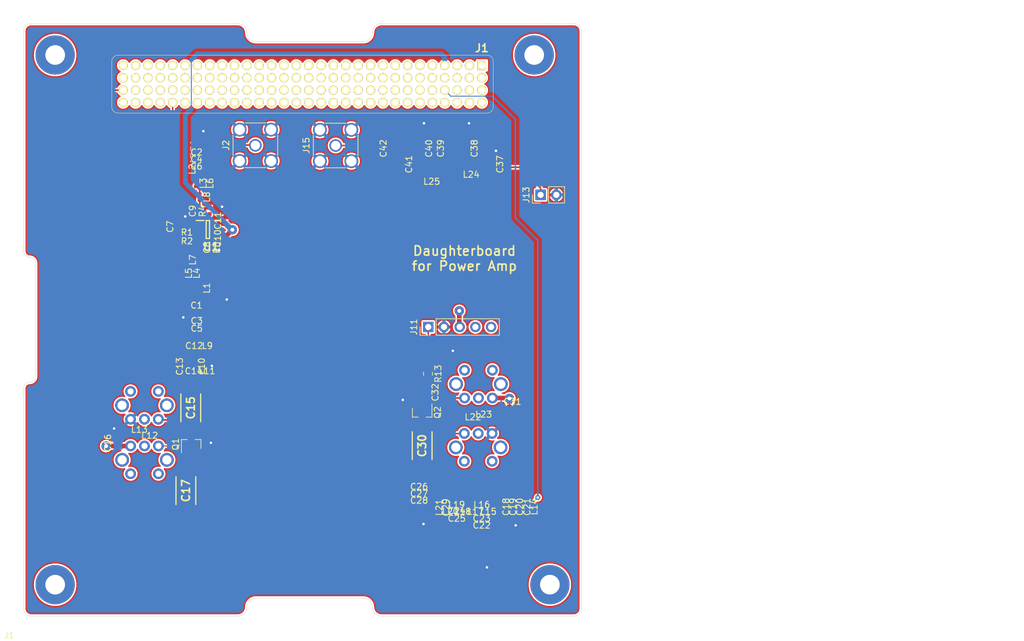
<source format=kicad_pcb>
(kicad_pcb (version 20171130) (host pcbnew "(5.1.5-0-10_14)")
  (layers (0 F.Cu signal) (1 In1.Cu power) (2 In2.Cu power) (31 B.Cu signal) (34 B.Paste user) (35 F.Paste user) (36 B.SilkS user) (37 F.SilkS user) (38 B.Mask user) (39 F.Mask user) (44 Edge.Cuts user))
  (net 0 "")
  (net 1 GND)
  (net 2 "Net-(C8-Pad2)")
  (net 3 "Net-(C8-Pad1)")
  (net 4 "Net-(C9-Pad2)")
  (net 5 "Net-(C9-Pad1)")
  (net 6 +5V)
  (net 7 "Net-(C12-Pad2)")
  (net 8 "Net-(C14-Pad2)")
  (net 9 "Net-(C15-Pad1)")
  (net 10 +8V)
  (net 11 "Net-(C17-Pad2)")
  (net 12 "Net-(L1-Pad1)")
  (net 13 "Net-(L2-Pad1)")
  (net 14 "Net-(L3-Pad2)")
  (net 15 "Net-(L4-Pad2)")
  (net 16 "Net-(R1-Pad1)")
  (net 17 "Net-(L15-Pad2)")
  (net 18 "Net-(C22-Pad2)")
  (net 19 "Net-(L18-Pad2)")
  (net 20 "Net-(C32-Pad2)")
  (net 21 "Net-(C30-Pad1)")
  (net 22 "Net-(C32-Pad1)")
  (net 23 "Net-(C39-Pad1)")
  (net 24 "/Variable Attenuator/Duplexer_Output")
  (net 25 /VA-IMAGE_REJECT)
  (net 26 /BPF-PRE_AMP)
  (net 27 Bus_116)
  (net 28 /IMAGE_REJECT-LNA)
  (net 29 Bus_64)
  (net 30 Bus_90)
  (net 31 /POWER_AMP-LPF)
  (net 32 "/Low Pass Filter/Duplexer_input")
  (net 33 /PRE_AMP-POWER_AMP)
  (module SS:STD_PCB_A1_v1.1 (layer F.Cu) (at 23.33 113.79)
    (fp_text reference J1 (at -2.36 3.15) (layer F.SilkS))
    (fp_text value Bus)
    (fp_text user J1 (at 74.085 -91.92) (layer F.SilkS) (effects (font (size 1.27 1.27) (thickness 0.254))))
    (fp_line (start 90.17 -72.9) (end 90.17 -70.615) (layer Edge.Cuts) (width 0.0635))
    (fp_arc (start 57.855 -94.425) (end 56.39 -94.425) (angle 90) (layer Edge.Cuts) (width 0.0635))
    (fp_arc (start 54.925 -94.425) (end 56.39 -94.425) (angle 90) (layer Edge.Cuts) (width 0.0635))
    (fp_arc (start 37.535 -94.425) (end 37.535 -92.96) (angle 90) (layer Edge.Cuts) (width 0.0635))
    (fp_arc (start 34.605 -94.425) (end 34.605 -95.89) (angle 90) (layer Edge.Cuts) (width 0.0635))
    (fp_arc (start 88.97 -94.69) (end 90.17 -94.69) (angle -90) (layer Edge.Cuts) (width 0.0635))
    (fp_arc (start 1.2 -94.69) (end 0 -94.69) (angle 90) (layer Edge.Cuts) (width 0.0635))
    (fp_line (start 88.97 -95.89) (end 84.4 -95.89) (layer Edge.Cuts) (width 0.0635))
    (fp_line (start 90.17 -72.9) (end 90.17 -94.69) (layer Edge.Cuts) (width 0.0635))
    (fp_line (start 57.855 -95.89) (end 84.4 -95.89) (layer Edge.Cuts) (width 0.0635))
    (fp_line (start 37.535 -92.96) (end 54.925 -92.96) (layer Edge.Cuts) (width 0.0635))
    (fp_line (start 1.2 -95.89) (end 34.605 -95.89) (layer Edge.Cuts) (width 0.0635))
    (fp_arc (start 88.97 -1.2) (end 88.97 0) (angle -90) (layer Edge.Cuts) (width 0.0635))
    (fp_arc (start 57.85 -1.46) (end 56.39 -1.46) (angle -90) (layer Edge.Cuts) (width 0.0635))
    (fp_arc (start 54.93 -1.46) (end 56.39 -1.46) (angle -90) (layer Edge.Cuts) (width 0.0635))
    (fp_line (start 90.17 -1.2) (end 90.17 -70.615) (layer Edge.Cuts) (width 0.0635))
    (fp_line (start 57.85 0) (end 88.97 0) (layer Edge.Cuts) (width 0.0635))
    (fp_arc (start 37.53 -1.46) (end 37.53 -2.92) (angle -90) (layer Edge.Cuts) (width 0.0635))
    (fp_arc (start 34.61 -1.46) (end 34.61 0) (angle -90) (layer Edge.Cuts) (width 0.0635))
    (fp_line (start 37.53 -2.92) (end 54.93 -2.92) (layer Edge.Cuts) (width 0.0635))
    (fp_arc (start 1.2 -1.2) (end 0 -1.2) (angle -90) (layer Edge.Cuts) (width 0.0635))
    (fp_arc (start 0.96 -59.04) (end 0 -59.04) (angle -90) (layer Edge.Cuts) (width 0.0635))
    (fp_arc (start 0.96 -57.12) (end 0.96 -58.08) (angle 90) (layer Edge.Cuts) (width 0.0635))
    (fp_line (start 0 -1.2) (end 0 -36.85) (layer Edge.Cuts) (width 0.0635))
    (fp_line (start 1.2 0) (end 34.61 0) (layer Edge.Cuts) (width 0.0635))
    (fp_line (start 0 -59.04) (end 0 -94.69) (layer Edge.Cuts) (width 0.0635))
    (fp_line (start 1.92 -38.77) (end 1.92 -57.12) (layer Edge.Cuts) (width 0.0635))
    (fp_arc (start 0.96 -36.85) (end 0 -36.85) (angle 90) (layer Edge.Cuts) (width 0.0635))
    (fp_arc (start 0.96 -38.77) (end 0.96 -37.81) (angle -90) (layer Edge.Cuts) (width 0.0635))
    (pad "" np_thru_hole circle (at 85.09 -5.08) (size 6.35 6.35) (drill 3.18) (layers *.Cu *.Mask))
    (pad "" np_thru_hole circle (at 82.55 -90.81) (size 6.35 6.35) (drill 3.18) (layers *.Cu *.Mask))
    (pad "" np_thru_hole circle (at 5.08 -90.81) (size 6.35 6.35) (drill 3.18) (layers *.Cu *.Mask))
    (pad "" np_thru_hole circle (at 5.08 -5.08) (size 6.35 6.35) (drill 3.18) (layers *.Cu *.Mask))
    (pad 93 thru_hole circle (at 70.085 -83.12 90) (size 1.5 1.5) (drill 1) (layers *.Cu *.Mask F.SilkS))
    (pad 73 thru_hole circle (at 50.085 -85.12 90) (size 1.5 1.5) (drill 1) (layers *.Cu *.Mask F.SilkS))
    (pad 87 thru_hole circle (at 22.085 -85.12 90) (size 1.5 1.5) (drill 1) (layers *.Cu *.Mask F.SilkS))
    (pad 107 thru_hole circle (at 42.085 -83.12 90) (size 1.5 1.5) (drill 1) (layers *.Cu *.Mask F.SilkS))
    (pad 99 thru_hole circle (at 58.085 -83.12 90) (size 1.5 1.5) (drill 1) (layers *.Cu *.Mask F.SilkS))
    (pad 70 thru_hole circle (at 56.085 -85.12 90) (size 1.5 1.5) (drill 1) (layers *.Cu *.Mask F.SilkS))
    (pad 96 thru_hole circle (at 64.085 -83.12 90) (size 1.5 1.5) (drill 1) (layers *.Cu *.Mask F.SilkS))
    (pad 104 thru_hole circle (at 48.085 -83.12 90) (size 1.5 1.5) (drill 1) (layers *.Cu *.Mask F.SilkS))
    (pad 116 thru_hole circle (at 24.085 -83.12 90) (size 1.5 1.5) (drill 1) (layers *.Cu *.Mask F.SilkS) (net 27 Bus_116))
    (pad 82 thru_hole circle (at 32.085 -85.12 90) (size 1.5 1.5) (drill 1) (layers *.Cu *.Mask F.SilkS))
    (pad 88 thru_hole circle (at 20.085 -85.12 90) (size 1.5 1.5) (drill 1) (layers *.Cu *.Mask F.SilkS))
    (pad 78 thru_hole circle (at 40.085 -85.12 90) (size 1.5 1.5) (drill 1) (layers *.Cu *.Mask F.SilkS))
    (pad 95 thru_hole circle (at 66.085 -83.12 90) (size 1.5 1.5) (drill 1) (layers *.Cu *.Mask F.SilkS))
    (pad 86 thru_hole circle (at 24.085 -85.12 90) (size 1.5 1.5) (drill 1) (layers *.Cu *.Mask F.SilkS))
    (pad 74 thru_hole circle (at 48.085 -85.12 90) (size 1.5 1.5) (drill 1) (layers *.Cu *.Mask F.SilkS))
    (pad 97 thru_hole circle (at 62.085 -83.12 90) (size 1.5 1.5) (drill 1) (layers *.Cu *.Mask F.SilkS))
    (pad 68 thru_hole circle (at 60.085 -85.12 90) (size 1.5 1.5) (drill 1) (layers *.Cu *.Mask F.SilkS))
    (pad 89 thru_hole circle (at 18.085 -85.12 90) (size 1.5 1.5) (drill 1) (layers *.Cu *.Mask F.SilkS))
    (pad 80 thru_hole circle (at 36.085 -85.12 90) (size 1.5 1.5) (drill 1) (layers *.Cu *.Mask F.SilkS))
    (pad 91 thru_hole circle (at 74.085 -83.12 90) (size 1.5 1.5) (drill 1) (layers *.Cu *.Mask F.SilkS))
    (pad 120 thru_hole circle (at 16.085 -83.12 90) (size 1.5 1.5) (drill 1) (layers *.Cu *.Mask F.SilkS))
    (pad 108 thru_hole circle (at 40.085 -83.12 90) (size 1.5 1.5) (drill 1) (layers *.Cu *.Mask F.SilkS))
    (pad 102 thru_hole circle (at 52.085 -83.12 90) (size 1.5 1.5) (drill 1) (layers *.Cu *.Mask F.SilkS))
    (pad 98 thru_hole circle (at 60.085 -83.12 90) (size 1.5 1.5) (drill 1) (layers *.Cu *.Mask F.SilkS))
    (pad 71 thru_hole circle (at 54.085 -85.12 90) (size 1.5 1.5) (drill 1) (layers *.Cu *.Mask F.SilkS))
    (pad 83 thru_hole circle (at 30.085 -85.12 90) (size 1.5 1.5) (drill 1) (layers *.Cu *.Mask F.SilkS))
    (pad 105 thru_hole circle (at 46.085 -83.12 90) (size 1.5 1.5) (drill 1) (layers *.Cu *.Mask F.SilkS))
    (pad 90 thru_hole circle (at 16.085 -85.12 90) (size 1.5 1.5) (drill 1) (layers *.Cu *.Mask F.SilkS) (net 30 Bus_90))
    (pad 84 thru_hole circle (at 28.085 -85.12 90) (size 1.5 1.5) (drill 1) (layers *.Cu *.Mask F.SilkS))
    (pad 77 thru_hole circle (at 42.085 -85.12 90) (size 1.5 1.5) (drill 1) (layers *.Cu *.Mask F.SilkS))
    (pad 69 thru_hole circle (at 58.085 -85.12 90) (size 1.5 1.5) (drill 1) (layers *.Cu *.Mask F.SilkS))
    (pad 51 thru_hole circle (at 34.085 -87.12 90) (size 1.5 1.5) (drill 1) (layers *.Cu *.Mask F.SilkS))
    (pad 62 thru_hole circle (at 72.085 -85.12 90) (size 1.5 1.5) (drill 1) (layers *.Cu *.Mask F.SilkS))
    (pad 85 thru_hole circle (at 26.085 -85.12 90) (size 1.5 1.5) (drill 1) (layers *.Cu *.Mask F.SilkS))
    (pad 119 thru_hole circle (at 18.085 -83.12 90) (size 1.5 1.5) (drill 1) (layers *.Cu *.Mask F.SilkS))
    (pad 29 thru_hole circle (at 18.085 -89.12 90) (size 1.5 1.5) (drill 1) (layers *.Cu *.Mask F.SilkS))
    (pad 21 thru_hole circle (at 34.085 -89.12 90) (size 1.5 1.5) (drill 1) (layers *.Cu *.Mask F.SilkS))
    (pad 110 thru_hole circle (at 36.085 -83.12 90) (size 1.5 1.5) (drill 1) (layers *.Cu *.Mask F.SilkS))
    (pad 39 thru_hole circle (at 58.085 -87.12 90) (size 1.5 1.5) (drill 1) (layers *.Cu *.Mask F.SilkS))
    (pad 9 thru_hole circle (at 58.085 -89.12 90) (size 1.5 1.5) (drill 1) (layers *.Cu *.Mask F.SilkS))
    (pad 47 thru_hole circle (at 42.085 -87.12 90) (size 1.5 1.5) (drill 1) (layers *.Cu *.Mask F.SilkS))
    (pad 61 thru_hole circle (at 74.085 -85.12 90) (size 1.5 1.5) (drill 1) (layers *.Cu *.Mask F.SilkS))
    (pad 19 thru_hole circle (at 38.085 -89.12 90) (size 1.5 1.5) (drill 1) (layers *.Cu *.Mask F.SilkS))
    (pad 57 thru_hole circle (at 22.085 -87.12 90) (size 1.5 1.5) (drill 1) (layers *.Cu *.Mask F.SilkS))
    (pad 114 thru_hole circle (at 28.085 -83.12 90) (size 1.5 1.5) (drill 1) (layers *.Cu *.Mask F.SilkS))
    (pad 46 thru_hole circle (at 44.085 -87.12 90) (size 1.5 1.5) (drill 1) (layers *.Cu *.Mask F.SilkS))
    (pad 55 thru_hole circle (at 26.085 -87.12 90) (size 1.5 1.5) (drill 1) (layers *.Cu *.Mask F.SilkS))
    (pad 54 thru_hole circle (at 28.085 -87.12 90) (size 1.5 1.5) (drill 1) (layers *.Cu *.Mask F.SilkS))
    (pad 94 thru_hole circle (at 68.085 -83.12 90) (size 1.5 1.5) (drill 1) (layers *.Cu *.Mask F.SilkS))
    (pad 117 thru_hole circle (at 22.085 -83.12 90) (size 1.5 1.5) (drill 1) (layers *.Cu *.Mask F.SilkS))
    (pad 76 thru_hole circle (at 44.085 -85.12 90) (size 1.5 1.5) (drill 1) (layers *.Cu *.Mask F.SilkS))
    (pad 15 thru_hole circle (at 46.085 -89.12 90) (size 1.5 1.5) (drill 1) (layers *.Cu *.Mask F.SilkS))
    (pad 100 thru_hole circle (at 56.085 -83.12 90) (size 1.5 1.5) (drill 1) (layers *.Cu *.Mask F.SilkS))
    (pad 111 thru_hole circle (at 34.085 -83.12 90) (size 1.5 1.5) (drill 1) (layers *.Cu *.Mask F.SilkS))
    (pad 92 thru_hole circle (at 72.085 -83.12 90) (size 1.5 1.5) (drill 1) (layers *.Cu *.Mask F.SilkS))
    (pad 6 thru_hole circle (at 64.085 -89.12 90) (size 1.5 1.5) (drill 1) (layers *.Cu *.Mask F.SilkS) (net 10 +8V))
    (pad 37 thru_hole circle (at 62.085 -87.12 90) (size 1.5 1.5) (drill 1) (layers *.Cu *.Mask F.SilkS))
    (pad 23 thru_hole circle (at 30.085 -89.12 90) (size 1.5 1.5) (drill 1) (layers *.Cu *.Mask F.SilkS))
    (pad 52 thru_hole circle (at 32.085 -87.12 90) (size 1.5 1.5) (drill 1) (layers *.Cu *.Mask F.SilkS))
    (pad 56 thru_hole circle (at 24.085 -87.12 90) (size 1.5 1.5) (drill 1) (layers *.Cu *.Mask F.SilkS))
    (pad 13 thru_hole circle (at 50.085 -89.12 90) (size 1.5 1.5) (drill 1) (layers *.Cu *.Mask F.SilkS))
    (pad 11 thru_hole circle (at 54.085 -89.12 90) (size 1.5 1.5) (drill 1) (layers *.Cu *.Mask F.SilkS))
    (pad 58 thru_hole circle (at 20.085 -87.12 90) (size 1.5 1.5) (drill 1) (layers *.Cu *.Mask F.SilkS))
    (pad 48 thru_hole circle (at 40.085 -87.12 90) (size 1.5 1.5) (drill 1) (layers *.Cu *.Mask F.SilkS))
    (pad 67 thru_hole circle (at 62.085 -85.12 90) (size 1.5 1.5) (drill 1) (layers *.Cu *.Mask F.SilkS))
    (pad 75 thru_hole circle (at 46.085 -85.12 90) (size 1.5 1.5) (drill 1) (layers *.Cu *.Mask F.SilkS))
    (pad 112 thru_hole circle (at 32.085 -83.12 90) (size 1.5 1.5) (drill 1) (layers *.Cu *.Mask F.SilkS))
    (pad 118 thru_hole circle (at 20.085 -83.12 90) (size 1.5 1.5) (drill 1) (layers *.Cu *.Mask F.SilkS))
    (pad 81 thru_hole circle (at 34.085 -85.12 90) (size 1.5 1.5) (drill 1) (layers *.Cu *.Mask F.SilkS))
    (pad 7 thru_hole circle (at 62.085 -89.12 90) (size 1.5 1.5) (drill 1) (layers *.Cu *.Mask F.SilkS))
    (pad 20 thru_hole circle (at 36.085 -89.12 90) (size 1.5 1.5) (drill 1) (layers *.Cu *.Mask F.SilkS))
    (pad 103 thru_hole circle (at 50.085 -83.12 90) (size 1.5 1.5) (drill 1) (layers *.Cu *.Mask F.SilkS))
    (pad 41 thru_hole circle (at 54.085 -87.12 90) (size 1.5 1.5) (drill 1) (layers *.Cu *.Mask F.SilkS))
    (pad 26 thru_hole circle (at 24.085 -89.12 90) (size 1.5 1.5) (drill 1) (layers *.Cu *.Mask F.SilkS))
    (pad 101 thru_hole circle (at 54.085 -83.12 90) (size 1.5 1.5) (drill 1) (layers *.Cu *.Mask F.SilkS))
    (pad 53 thru_hole circle (at 30.085 -87.12 90) (size 1.5 1.5) (drill 1) (layers *.Cu *.Mask F.SilkS))
    (pad 30 thru_hole circle (at 16.085 -89.12 90) (size 1.5 1.5) (drill 1) (layers *.Cu *.Mask F.SilkS))
    (pad 109 thru_hole circle (at 38.085 -83.12 90) (size 1.5 1.5) (drill 1) (layers *.Cu *.Mask F.SilkS))
    (pad 4 thru_hole circle (at 68.085 -89.12 90) (size 1.5 1.5) (drill 1) (layers *.Cu *.Mask F.SilkS) (net 6 +5V))
    (pad 79 thru_hole circle (at 38.085 -85.12 90) (size 1.5 1.5) (drill 1) (layers *.Cu *.Mask F.SilkS))
    (pad 65 thru_hole circle (at 66.085 -85.12 90) (size 1.5 1.5) (drill 1) (layers *.Cu *.Mask F.SilkS))
    (pad 59 thru_hole circle (at 18.085 -87.12 90) (size 1.5 1.5) (drill 1) (layers *.Cu *.Mask F.SilkS))
    (pad 27 thru_hole circle (at 22.085 -89.12 90) (size 1.5 1.5) (drill 1) (layers *.Cu *.Mask F.SilkS))
    (pad 34 thru_hole circle (at 68.085 -87.12 90) (size 1.5 1.5) (drill 1) (layers *.Cu *.Mask F.SilkS))
    (pad 63 thru_hole circle (at 70.085 -85.12 90) (size 1.5 1.5) (drill 1) (layers *.Cu *.Mask F.SilkS))
    (pad 18 thru_hole circle (at 40.085 -89.12 90) (size 1.5 1.5) (drill 1) (layers *.Cu *.Mask F.SilkS))
    (pad 72 thru_hole circle (at 52.085 -85.12 90) (size 1.5 1.5) (drill 1) (layers *.Cu *.Mask F.SilkS))
    (pad 115 thru_hole circle (at 26.085 -83.12 90) (size 1.5 1.5) (drill 1) (layers *.Cu *.Mask F.SilkS))
    (pad 16 thru_hole circle (at 44.085 -89.12 90) (size 1.5 1.5) (drill 1) (layers *.Cu *.Mask F.SilkS))
    (pad 66 thru_hole circle (at 64.085 -85.12 90) (size 1.5 1.5) (drill 1) (layers *.Cu *.Mask F.SilkS))
    (pad 64 thru_hole circle (at 68.085 -85.12 90) (size 1.5 1.5) (drill 1) (layers *.Cu *.Mask F.SilkS) (net 29 Bus_64))
    (pad 5 thru_hole circle (at 66.085 -89.12 90) (size 1.5 1.5) (drill 1) (layers *.Cu *.Mask F.SilkS))
    (pad 106 thru_hole circle (at 44.085 -83.12 90) (size 1.5 1.5) (drill 1) (layers *.Cu *.Mask F.SilkS))
    (pad 113 thru_hole circle (at 30.085 -83.12 90) (size 1.5 1.5) (drill 1) (layers *.Cu *.Mask F.SilkS))
    (pad 60 thru_hole circle (at 16.085 -87.12 90) (size 1.5 1.5) (drill 1) (layers *.Cu *.Mask F.SilkS))
    (pad 2 thru_hole circle (at 72.085 -89.12 90) (size 1.5 1.5) (drill 1) (layers *.Cu *.Mask F.SilkS))
    (pad 45 thru_hole circle (at 46.085 -87.12 90) (size 1.5 1.5) (drill 1) (layers *.Cu *.Mask F.SilkS))
    (pad 40 thru_hole circle (at 56.085 -87.12 90) (size 1.5 1.5) (drill 1) (layers *.Cu *.Mask F.SilkS))
    (pad 36 thru_hole circle (at 64.085 -87.12 90) (size 1.5 1.5) (drill 1) (layers *.Cu *.Mask F.SilkS))
    (pad 3 thru_hole circle (at 70.085 -89.12 90) (size 1.5 1.5) (drill 1) (layers *.Cu *.Mask F.SilkS))
    (pad 31 thru_hole circle (at 74.085 -87.12 90) (size 1.5 1.5) (drill 1) (layers *.Cu *.Mask F.SilkS))
    (pad 14 thru_hole circle (at 48.085 -89.12 90) (size 1.5 1.5) (drill 1) (layers *.Cu *.Mask F.SilkS))
    (pad 10 thru_hole circle (at 56.085 -89.12 90) (size 1.5 1.5) (drill 1) (layers *.Cu *.Mask F.SilkS))
    (pad 38 thru_hole circle (at 60.085 -87.12 90) (size 1.5 1.5) (drill 1) (layers *.Cu *.Mask F.SilkS))
    (pad 25 thru_hole circle (at 26.085 -89.12 90) (size 1.5 1.5) (drill 1) (layers *.Cu *.Mask F.SilkS))
    (pad 28 thru_hole circle (at 20.085 -89.12 90) (size 1.5 1.5) (drill 1) (layers *.Cu *.Mask F.SilkS))
    (pad 33 thru_hole circle (at 70.085 -87.12 90) (size 1.5 1.5) (drill 1) (layers *.Cu *.Mask F.SilkS))
    (pad 42 thru_hole circle (at 52.085 -87.12 90) (size 1.5 1.5) (drill 1) (layers *.Cu *.Mask F.SilkS))
    (pad 32 thru_hole circle (at 72.085 -87.12 90) (size 1.5 1.5) (drill 1) (layers *.Cu *.Mask F.SilkS))
    (pad 44 thru_hole circle (at 48.085 -87.12 90) (size 1.5 1.5) (drill 1) (layers *.Cu *.Mask F.SilkS))
    (pad 1 thru_hole rect (at 74.085 -89.12 90) (size 1.5 1.5) (drill 1) (layers *.Cu *.Mask F.SilkS))
    (pad 43 thru_hole circle (at 50.085 -87.12 90) (size 1.5 1.5) (drill 1) (layers *.Cu *.Mask F.SilkS))
    (pad 50 thru_hole circle (at 36.085 -87.12 90) (size 1.5 1.5) (drill 1) (layers *.Cu *.Mask F.SilkS))
    (pad 17 thru_hole circle (at 42.085 -89.12 90) (size 1.5 1.5) (drill 1) (layers *.Cu *.Mask F.SilkS))
    (pad 49 thru_hole circle (at 38.085 -87.12 90) (size 1.5 1.5) (drill 1) (layers *.Cu *.Mask F.SilkS))
    (pad 8 thru_hole circle (at 60.085 -89.12 90) (size 1.5 1.5) (drill 1) (layers *.Cu *.Mask F.SilkS))
    (pad 24 thru_hole circle (at 28.085 -89.12 90) (size 1.5 1.5) (drill 1) (layers *.Cu *.Mask F.SilkS))
    (pad 12 thru_hole circle (at 52.085 -89.12 90) (size 1.5 1.5) (drill 1) (layers *.Cu *.Mask F.SilkS))
    (pad 22 thru_hole circle (at 32.085 -89.12 90) (size 1.5 1.5) (drill 1) (layers *.Cu *.Mask F.SilkS))
    (pad 35 thru_hole circle (at 66.085 -87.12 90) (size 1.5 1.5) (drill 1) (layers *.Cu *.Mask F.SilkS))
  )
  (module Capacitor_SMD:C_0402_1005Metric (layer F.Cu) (at 101.51304 40.6654 90)
    (fp_text reference C37 (at 0 -1.17 270) (layer F.SilkS))
    (fp_text value 180pF)
    (pad 1 smd roundrect (at -0.485 0 90) (size 0.59 0.64) (layers F.Cu F.Paste F.Mask) (net 31 /POWER_AMP-LPF))
    (pad 2 smd roundrect (at 0.485 0 90) (size 0.59 0.64) (layers F.Cu F.Paste F.Mask) (net 1 GND))
  )
  (module Capacitor_SMD:C_0402_1005Metric (layer F.Cu) (at 94.081 40.6654 90)
    (fp_text reference C39 (at 2.563 -3.3274 270) (layer F.SilkS))
    (fp_text value 270pF)
    (pad 2 smd roundrect (at 0.485 0 90) (size 0.59 0.64) (layers F.Cu F.Paste F.Mask) (net 1 GND))
    (pad 1 smd roundrect (at -0.485 0 90) (size 0.59 0.64) (layers F.Cu F.Paste F.Mask) (net 23 "Net-(C39-Pad1)"))
  )
  (module Capacitor_SMD:C_0402_1005Metric (layer F.Cu) (at 86.7912 40.6654 90)
    (fp_text reference C41 (at 0 -1.17 270) (layer F.SilkS))
    (fp_text value 180pF)
    (pad 1 smd roundrect (at -0.485 0 90) (size 0.59 0.64) (layers F.Cu F.Paste F.Mask) (net 32 "/Low Pass Filter/Duplexer_input"))
    (pad 2 smd roundrect (at 0.485 0 90) (size 0.59 0.64) (layers F.Cu F.Paste F.Mask) (net 1 GND))
  )
  (module Inductor_SMD:L_0402_1005Metric (layer F.Cu) (at 95.68868 41.1504 180)
    (fp_text reference L24 (at 0 -1.17) (layer F.SilkS))
    (fp_text value 330nH)
    (pad 2 smd roundrect (at 0.485 0 180) (size 0.59 0.64) (layers F.Cu F.Paste F.Mask) (net 23 "Net-(C39-Pad1)"))
    (pad 1 smd roundrect (at -0.485 0 180) (size 0.59 0.64) (layers F.Cu F.Paste F.Mask) (net 31 /POWER_AMP-LPF))
  )
  (module Inductor_SMD:L_0402_1005Metric (layer F.Cu) (at 88.366 41.1504 180)
    (fp_text reference L25 (at -0.9398 -2.3114) (layer F.SilkS))
    (fp_text value 330nH)
    (pad 1 smd roundrect (at -0.485 0 180) (size 0.59 0.64) (layers F.Cu F.Paste F.Mask) (net 23 "Net-(C39-Pad1)"))
    (pad 2 smd roundrect (at 0.485 0 180) (size 0.59 0.64) (layers F.Cu F.Paste F.Mask) (net 32 "/Low Pass Filter/Duplexer_input"))
  )
  (module LT:CAP_Trimmer_TZB4Z (layer F.Cu) (at 84.0734 41.1504 90)
    (fp_text reference C42 (at 3.048 -2.58572 270) (layer F.SilkS))
    (fp_text value C_Variable)
    (pad 1 smd rect (at 0 0 90) (size 1.5 2) (layers F.Cu F.Paste F.Mask) (net 32 "/Low Pass Filter/Duplexer_input"))
    (pad 2 smd rect (at 6 0 90) (size 1.5 2) (layers F.Cu F.Paste F.Mask) (net 1 GND))
  )
  (module LT:CAP_Trimmer_TZB4Z (layer F.Cu) (at 91.4394 41.1504 90)
    (fp_text reference C40 (at 3.048 -2.58572 270) (layer F.SilkS))
    (fp_text value C_Variable)
    (pad 2 smd rect (at 6 0 90) (size 1.5 2) (layers F.Cu F.Paste F.Mask) (net 1 GND))
    (pad 1 smd rect (at 0 0 90) (size 1.5 2) (layers F.Cu F.Paste F.Mask) (net 23 "Net-(C39-Pad1)"))
  )
  (module LT:CAP_Trimmer_TZB4Z (layer F.Cu) (at 98.79016 41.1504 90)
    (fp_text reference C38 (at 3.048 -2.58572 270) (layer F.SilkS))
    (fp_text value C_Variable)
    (pad 1 smd rect (at 0 0 90) (size 1.5 2) (layers F.Cu F.Paste F.Mask) (net 31 /POWER_AMP-LPF))
    (pad 2 smd rect (at 6 0 90) (size 1.5 2) (layers F.Cu F.Paste F.Mask) (net 1 GND))
  )
  (module Resistor_SMD:R_0805_2012Metric_Pad1.15x1.40mm_HandSolder (layer F.Cu) (at 88.7 74.575 270)
    (fp_text reference R13 (at 0 -1.65 270) (layer F.SilkS))
    (fp_text value 0)
    (pad 1 smd roundrect (at -1.025 0 270) (size 1.15 1.4) (layers F.Cu F.Paste F.Mask) (roundrect_rratio 0.217391) (net 33 /PRE_AMP-POWER_AMP))
    (pad 2 smd roundrect (at 1.025 0 270) (size 1.15 1.4) (layers F.Cu F.Paste F.Mask) (roundrect_rratio 0.217391) (net 22 "Net-(C32-Pad1)"))
  )
  (module Capacitor_SMD:C_0402_1005Metric (layer F.Cu) (at 88.71 77.585 270)
    (fp_text reference C32 (at 0 -1.17 270) (layer F.SilkS))
    (fp_text value 1uF)
    (pad 2 smd roundrect (at 0.485 0 270) (size 0.59 0.64) (layers F.Cu F.Paste F.Mask) (net 20 "Net-(C32-Pad2)"))
    (pad 1 smd roundrect (at -0.485 0 270) (size 0.59 0.64) (layers F.Cu F.Paste F.Mask) (net 22 "Net-(C32-Pad1)"))
  )
  (module Capacitor_SMD:C_0402_1005Metric (layer F.Cu) (at 102.365 80.26)
    (fp_text reference C31 (at 0 -1.17 180) (layer F.SilkS))
    (fp_text value 1uF)
    (pad 1 smd roundrect (at -0.485 0) (size 0.59 0.64) (layers F.Cu F.Paste F.Mask) (net 10 +8V))
    (pad 2 smd roundrect (at 0.485 0) (size 0.59 0.64) (layers F.Cu F.Paste F.Mask) (net 1 GND))
  )
  (module LT:CAP_trimmer_SGC3_Download (layer F.Cu) (at 87.7596 86.2122 270)
    (fp_text reference C30 (at 0 0 270) (layer F.SilkS) (effects (font (size 1.27 1.27) (thickness 0.254))))
    (fp_text value C_Variable hide)
    (pad 1 smd rect (at -1.95 0) (size 1.3 2) (layers F.Cu F.Paste F.Mask) (net 21 "Net-(C30-Pad1)"))
    (pad 2 smd rect (at 1.95 0) (size 1.3 2) (layers F.Cu F.Paste F.Mask) (net 26 /BPF-PRE_AMP))
  )
  (module LT:IND_trimmer_7M3 (layer F.Cu) (at 96.87 76.25 180)
    (fp_text reference L23 (at -0.8382 -4.9022 180) (layer F.SilkS))
    (fp_text value LTRIM)
    (pad 5 thru_hole circle (at 3.62 0 180) (size 2.25 2.25) (drill 1.5) (layers *.Cu *.Mask))
    (pad 5 thru_hole circle (at -3.62 0 180) (size 2.25 2.25) (drill 1.5) (layers *.Cu *.Mask))
    (pad 4 thru_hole circle (at 2.25 2.25 180) (size 1.75 1.75) (drill 1) (layers *.Cu *.Mask))
    (pad 2 thru_hole circle (at 2.25 -2.25 180) (size 1.75 1.75) (drill 1) (layers *.Cu *.Mask) (net 20 "Net-(C32-Pad2)"))
    (pad 1 thru_hole circle (at -2.25 -2.25 180) (size 1.75 1.75) (drill 1) (layers *.Cu *.Mask) (net 10 +8V))
    (pad 6 thru_hole circle (at -2.25 2.25 180) (size 1.75 1.75) (drill 1) (layers *.Cu *.Mask))
    (pad 3 thru_hole circle (at 0 -2.25 180) (size 1.75 1.75) (drill 1) (layers *.Cu *.Mask))
  )
  (module LT:IND_trimmer_7M3 (layer F.Cu) (at 96.83 86.49)
    (fp_text reference L22 (at -0.8382 -4.9022) (layer F.SilkS))
    (fp_text value LTRIM)
    (pad 3 thru_hole circle (at 0 -2.25) (size 1.75 1.75) (drill 1) (layers *.Cu *.Mask))
    (pad 6 thru_hole circle (at -2.25 2.25) (size 1.75 1.75) (drill 1) (layers *.Cu *.Mask))
    (pad 1 thru_hole circle (at -2.25 -2.25) (size 1.75 1.75) (drill 1) (layers *.Cu *.Mask) (net 21 "Net-(C30-Pad1)"))
    (pad 2 thru_hole circle (at 2.25 -2.25) (size 1.75 1.75) (drill 1) (layers *.Cu *.Mask) (net 1 GND))
    (pad 4 thru_hole circle (at 2.25 2.25) (size 1.75 1.75) (drill 1) (layers *.Cu *.Mask))
    (pad 5 thru_hole circle (at -3.62 0) (size 2.25 2.25) (drill 1.5) (layers *.Cu *.Mask))
    (pad 5 thru_hole circle (at 3.62 0) (size 2.25 2.25) (drill 1.5) (layers *.Cu *.Mask))
  )
  (module Package_TO_SOT_SMD:SOT-23 (layer F.Cu) (at 87.76 80.83 270)
    (fp_text reference Q2 (at 0 -2.5 270) (layer F.SilkS))
    (fp_text value Q_NJFET_DSG)
    (pad 1 smd rect (at -1 -0.95 270) (size 0.9 0.8) (layers F.Cu F.Paste F.Mask) (net 20 "Net-(C32-Pad2)"))
    (pad 2 smd rect (at -1 0.95 270) (size 0.9 0.8) (layers F.Cu F.Paste F.Mask) (net 1 GND))
    (pad 3 smd rect (at 1 0 270) (size 0.9 0.8) (layers F.Cu F.Paste F.Mask) (net 21 "Net-(C30-Pad1)"))
  )
  (module Capacitor_SMD:C_0402_1005Metric (layer F.Cu) (at 100.161 96.1146 270)
    (fp_text reference C18 (at 0 -1.17 270) (layer F.SilkS))
    (fp_text value "No Connect")
    (pad 2 smd roundrect (at 0.485 0 270) (size 0.59 0.64) (layers F.Cu F.Paste F.Mask) (net 1 GND))
    (pad 1 smd roundrect (at -0.485 0 270) (size 0.59 0.64) (layers F.Cu F.Paste F.Mask) (net 29 Bus_64))
  )
  (module Capacitor_SMD:C_0402_1005Metric (layer F.Cu) (at 101.2786 96.1146 270)
    (fp_text reference C19 (at 0 -1.17 270) (layer F.SilkS))
    (fp_text value 560pF)
    (pad 1 smd roundrect (at -0.485 0 270) (size 0.59 0.64) (layers F.Cu F.Paste F.Mask) (net 29 Bus_64))
    (pad 2 smd roundrect (at 0.485 0 270) (size 0.59 0.64) (layers F.Cu F.Paste F.Mask) (net 1 GND))
  )
  (module Capacitor_SMD:C_0402_1005Metric (layer F.Cu) (at 102.3962 96.1146 270)
    (fp_text reference C20 (at 0 -1.17 270) (layer F.SilkS))
    (fp_text value "56 pF")
    (pad 2 smd roundrect (at 0.485 0 270) (size 0.59 0.64) (layers F.Cu F.Paste F.Mask) (net 1 GND))
    (pad 1 smd roundrect (at -0.485 0 270) (size 0.59 0.64) (layers F.Cu F.Paste F.Mask) (net 29 Bus_64))
  )
  (module Capacitor_SMD:C_0402_1005Metric (layer F.Cu) (at 103.5646 96.1146 270)
    (fp_text reference C21 (at 0 -1.17 270) (layer F.SilkS))
    (fp_text value "No Connect")
    (pad 1 smd roundrect (at -0.485 0 270) (size 0.59 0.64) (layers F.Cu F.Paste F.Mask) (net 29 Bus_64))
    (pad 2 smd roundrect (at 0.485 0 270) (size 0.59 0.64) (layers F.Cu F.Paste F.Mask) (net 1 GND))
  )
  (module Capacitor_SMD:C_0402_1005Metric (layer F.Cu) (at 97.3922 97.9456 180)
    (fp_text reference C22 (at 0 -1.17) (layer F.SilkS))
    (fp_text value 18pF)
    (pad 2 smd roundrect (at 0.485 0 180) (size 0.59 0.64) (layers F.Cu F.Paste F.Mask) (net 18 "Net-(C22-Pad2)"))
    (pad 1 smd roundrect (at -0.485 0 180) (size 0.59 0.64) (layers F.Cu F.Paste F.Mask) (net 29 Bus_64))
  )
  (module Capacitor_SMD:C_0402_1005Metric (layer F.Cu) (at 97.3922 96.828 180)
    (fp_text reference C23 (at 0 -1.17) (layer F.SilkS))
    (fp_text value "No Connect")
    (pad 1 smd roundrect (at -0.485 0 180) (size 0.59 0.64) (layers F.Cu F.Paste F.Mask) (net 29 Bus_64))
    (pad 2 smd roundrect (at 0.485 0 180) (size 0.59 0.64) (layers F.Cu F.Paste F.Mask) (net 18 "Net-(C22-Pad2)"))
  )
  (module Capacitor_SMD:C_0402_1005Metric (layer F.Cu) (at 93.3536 97.9456)
    (fp_text reference C24 (at 0 -1.17 180) (layer F.SilkS))
    (fp_text value 43pF)
    (pad 2 smd roundrect (at 0.485 0) (size 0.59 0.64) (layers F.Cu F.Paste F.Mask) (net 18 "Net-(C22-Pad2)"))
    (pad 1 smd roundrect (at -0.485 0) (size 0.59 0.64) (layers F.Cu F.Paste F.Mask) (net 26 /BPF-PRE_AMP))
  )
  (module Capacitor_SMD:C_0402_1005Metric (layer F.Cu) (at 93.3536 96.828 180)
    (fp_text reference C25 (at 0 -1.17) (layer F.SilkS))
    (fp_text value "No Connect")
    (pad 1 smd roundrect (at -0.485 0 180) (size 0.59 0.64) (layers F.Cu F.Paste F.Mask) (net 18 "Net-(C22-Pad2)"))
    (pad 2 smd roundrect (at 0.485 0 180) (size 0.59 0.64) (layers F.Cu F.Paste F.Mask) (net 26 /BPF-PRE_AMP))
  )
  (module Capacitor_SMD:C_0402_1005Metric (layer F.Cu) (at 87.2654 91.6802 180)
    (fp_text reference C26 (at 0 -1.17 180) (layer F.SilkS))
    (fp_text value 560pF)
    (pad 1 smd roundrect (at -0.485 0 180) (size 0.59 0.64) (layers F.Cu F.Paste F.Mask) (net 26 /BPF-PRE_AMP))
    (pad 2 smd roundrect (at 0.485 0 180) (size 0.59 0.64) (layers F.Cu F.Paste F.Mask) (net 1 GND))
  )
  (module Capacitor_SMD:C_0402_1005Metric (layer F.Cu) (at 87.2654 92.7978 180)
    (fp_text reference C27 (at 0 -1.17 180) (layer F.SilkS))
    (fp_text value 56pF)
    (pad 2 smd roundrect (at 0.485 0 180) (size 0.59 0.64) (layers F.Cu F.Paste F.Mask) (net 1 GND))
    (pad 1 smd roundrect (at -0.485 0 180) (size 0.59 0.64) (layers F.Cu F.Paste F.Mask) (net 26 /BPF-PRE_AMP))
  )
  (module Capacitor_SMD:C_0402_1005Metric (layer F.Cu) (at 87.2654 93.9154 180)
    (fp_text reference C28 (at 0 -1.17 180) (layer F.SilkS))
    (fp_text value "No Connect")
    (pad 1 smd roundrect (at -0.485 0 180) (size 0.59 0.64) (layers F.Cu F.Paste F.Mask) (net 26 /BPF-PRE_AMP))
    (pad 2 smd roundrect (at 0.485 0 180) (size 0.59 0.64) (layers F.Cu F.Paste F.Mask) (net 1 GND))
  )
  (module Capacitor_SMD:C_0402_1005Metric (layer F.Cu) (at 90.4606 96.2146 270)
    (fp_text reference C29 (at 0 -1.17 270) (layer F.SilkS))
    (fp_text value "No Connect")
    (pad 2 smd roundrect (at 0.485 0 270) (size 0.59 0.64) (layers F.Cu F.Paste F.Mask) (net 1 GND))
    (pad 1 smd roundrect (at -0.485 0 270) (size 0.59 0.64) (layers F.Cu F.Paste F.Mask) (net 26 /BPF-PRE_AMP))
  )
  (module Inductor_SMD:L_0402_1005Metric (layer F.Cu) (at 104.733 96.1146 270)
    (fp_text reference L14 (at 0 -1.17 270) (layer F.SilkS))
    (fp_text value 47nH)
    (pad 2 smd roundrect (at 0.485 0 270) (size 0.59 0.64) (layers F.Cu F.Paste F.Mask) (net 1 GND))
    (pad 1 smd roundrect (at -0.485 0 270) (size 0.59 0.64) (layers F.Cu F.Paste F.Mask) (net 29 Bus_64))
  )
  (module Inductor_SMD:L_0402_1005Metric (layer F.Cu) (at 89.343 96.2146 270)
    (fp_text reference L21 (at 0 -1.17 270) (layer F.SilkS))
    (fp_text value 47nH)
    (pad 2 smd roundrect (at 0.485 0 270) (size 0.59 0.64) (layers F.Cu F.Paste F.Mask) (net 1 GND))
    (pad 1 smd roundrect (at -0.485 0 270) (size 0.59 0.64) (layers F.Cu F.Paste F.Mask) (net 26 /BPF-PRE_AMP))
  )
  (module Inductor_SMD:L_0402_1005Metric (layer F.Cu) (at 92.3122 95.7104 180)
    (fp_text reference L20 (at 0 -1.17) (layer F.SilkS))
    (fp_text value 72nH)
    (pad 2 smd roundrect (at 0.485 0 180) (size 0.59 0.64) (layers F.Cu F.Paste F.Mask) (net 26 /BPF-PRE_AMP))
    (pad 1 smd roundrect (at -0.485 0 180) (size 0.59 0.64) (layers F.Cu F.Paste F.Mask) (net 19 "Net-(L18-Pad2)"))
  )
  (module Inductor_SMD:L_0402_1005Metric (layer F.Cu) (at 93.3282 94.5928 180)
    (fp_text reference L19 (at 0 -1.17) (layer F.SilkS))
    (fp_text value "No Connect")
    (pad 1 smd roundrect (at -0.485 0 180) (size 0.59 0.64) (layers F.Cu F.Paste F.Mask) (net 18 "Net-(C22-Pad2)"))
    (pad 2 smd roundrect (at 0.485 0 180) (size 0.59 0.64) (layers F.Cu F.Paste F.Mask) (net 26 /BPF-PRE_AMP))
  )
  (module Inductor_SMD:L_0402_1005Metric (layer F.Cu) (at 98.459 95.7104 180)
    (fp_text reference L15 (at 0 -1.17) (layer F.SilkS))
    (fp_text value 680nH)
    (pad 2 smd roundrect (at 0.485 0 180) (size 0.59 0.64) (layers F.Cu F.Paste F.Mask) (net 17 "Net-(L15-Pad2)"))
    (pad 1 smd roundrect (at -0.485 0 180) (size 0.59 0.64) (layers F.Cu F.Paste F.Mask) (net 29 Bus_64))
  )
  (module Inductor_SMD:L_0402_1005Metric (layer F.Cu) (at 94.3442 95.7104 180)
    (fp_text reference L18 (at 0 -1.17) (layer F.SilkS))
    (fp_text value 1.5uH)
    (pad 1 smd roundrect (at -0.485 0 180) (size 0.59 0.64) (layers F.Cu F.Paste F.Mask) (net 18 "Net-(C22-Pad2)"))
    (pad 2 smd roundrect (at 0.485 0 180) (size 0.59 0.64) (layers F.Cu F.Paste F.Mask) (net 19 "Net-(L18-Pad2)"))
  )
  (module Inductor_SMD:L_0402_1005Metric (layer F.Cu) (at 97.3946 94.5928 180)
    (fp_text reference L16 (at 0 -1.17) (layer F.SilkS))
    (fp_text value "No Connect")
    (pad 2 smd roundrect (at 0.485 0 180) (size 0.59 0.64) (layers F.Cu F.Paste F.Mask) (net 18 "Net-(C22-Pad2)"))
    (pad 1 smd roundrect (at -0.485 0 180) (size 0.59 0.64) (layers F.Cu F.Paste F.Mask) (net 29 Bus_64))
  )
  (module Inductor_SMD:L_0402_1005Metric (layer F.Cu) (at 96.3762 95.7104 180)
    (fp_text reference L17 (at 0 -1.17) (layer F.SilkS))
    (fp_text value 6.8nH)
    (pad 1 smd roundrect (at -0.485 0 180) (size 0.59 0.64) (layers F.Cu F.Paste F.Mask) (net 17 "Net-(L15-Pad2)"))
    (pad 2 smd roundrect (at 0.485 0 180) (size 0.59 0.64) (layers F.Cu F.Paste F.Mask) (net 18 "Net-(C22-Pad2)"))
  )
  (module Capacitor_SMD:C_0402_1005Metric (layer F.Cu) (at 51.27 62.335 180)
    (fp_text reference C1 (at 0 -1.17) (layer F.SilkS))
    (fp_text value 220pF)
    (pad 2 smd roundrect (at 0.485 0 180) (size 0.59 0.64) (layers F.Cu F.Paste F.Mask) (net 1 GND))
    (pad 1 smd roundrect (at -0.485 0 180) (size 0.59 0.64) (layers F.Cu F.Paste F.Mask) (net 25 /VA-IMAGE_REJECT))
  )
  (module Capacitor_SMD:C_0402_1005Metric (layer F.Cu) (at 51.27 37.56 180)
    (fp_text reference C2 (at 0 -1.17) (layer F.SilkS))
    (fp_text value 220pF)
    (pad 2 smd roundrect (at 0.485 0 180) (size 0.59 0.64) (layers F.Cu F.Paste F.Mask) (net 1 GND))
    (pad 1 smd roundrect (at -0.485 0 180) (size 0.59 0.64) (layers F.Cu F.Paste F.Mask) (net 24 "/Variable Attenuator/Duplexer_Output"))
  )
  (module Capacitor_SMD:C_0402_1005Metric (layer F.Cu) (at 51.305 64.835 180)
    (fp_text reference C3 (at 0 -1.17) (layer F.SilkS))
    (fp_text value 22pF)
    (pad 1 smd roundrect (at -0.485 0 180) (size 0.59 0.64) (layers F.Cu F.Paste F.Mask) (net 25 /VA-IMAGE_REJECT))
    (pad 2 smd roundrect (at 0.485 0 180) (size 0.59 0.64) (layers F.Cu F.Paste F.Mask) (net 1 GND))
  )
  (module Capacitor_SMD:C_0402_1005Metric (layer F.Cu) (at 51.265 38.685 180)
    (fp_text reference C4 (at 0 -1.17) (layer F.SilkS))
    (fp_text value 22pF)
    (pad 2 smd roundrect (at 0.485 0 180) (size 0.59 0.64) (layers F.Cu F.Paste F.Mask) (net 1 GND))
    (pad 1 smd roundrect (at -0.485 0 180) (size 0.59 0.64) (layers F.Cu F.Paste F.Mask) (net 24 "/Variable Attenuator/Duplexer_Output"))
  )
  (module Capacitor_SMD:C_0402_1005Metric (layer F.Cu) (at 51.3 66.075 180)
    (fp_text reference C5 (at 0 -1.17) (layer F.SilkS))
    (fp_text value 330pF)
    (pad 2 smd roundrect (at 0.485 0 180) (size 0.59 0.64) (layers F.Cu F.Paste F.Mask) (net 1 GND))
    (pad 1 smd roundrect (at -0.485 0 180) (size 0.59 0.64) (layers F.Cu F.Paste F.Mask) (net 25 /VA-IMAGE_REJECT))
  )
  (module Capacitor_SMD:C_0402_1005Metric (layer F.Cu) (at 51.265 39.845 180)
    (fp_text reference C6 (at 0 -1.17) (layer F.SilkS))
    (fp_text value 330pF)
    (pad 1 smd roundrect (at -0.485 0 180) (size 0.59 0.64) (layers F.Cu F.Paste F.Mask) (net 24 "/Variable Attenuator/Duplexer_Output"))
    (pad 2 smd roundrect (at 0.485 0 180) (size 0.59 0.64) (layers F.Cu F.Paste F.Mask) (net 1 GND))
  )
  (module Capacitor_SMD:C_0402_1005Metric (layer F.Cu) (at 48.17 50.76 90)
    (fp_text reference C7 (at 0 -1.17 90) (layer F.SilkS))
    (fp_text value 10nH)
    (pad 1 smd roundrect (at -0.485 0 90) (size 0.59 0.64) (layers F.Cu F.Paste F.Mask) (net 27 Bus_116))
    (pad 2 smd roundrect (at 0.485 0 90) (size 0.59 0.64) (layers F.Cu F.Paste F.Mask) (net 1 GND))
  )
  (module Capacitor_SMD:C_0402_1005Metric (layer F.Cu) (at 51.8 54.14 270)
    (fp_text reference C8 (at 0 -1.17 90) (layer F.SilkS))
    (fp_text value 10nF)
    (pad 2 smd roundrect (at 0.485 0 270) (size 0.59 0.64) (layers F.Cu F.Paste F.Mask) (net 2 "Net-(C8-Pad2)"))
    (pad 1 smd roundrect (at -0.485 0 270) (size 0.59 0.64) (layers F.Cu F.Paste F.Mask) (net 3 "Net-(C8-Pad1)"))
  )
  (module Capacitor_SMD:C_0402_1005Metric (layer F.Cu) (at 51.8 48.235 90)
    (fp_text reference C9 (at 0 -1.17 90) (layer F.SilkS))
    (fp_text value 10nF)
    (pad 2 smd roundrect (at 0.485 0 90) (size 0.59 0.64) (layers F.Cu F.Paste F.Mask) (net 4 "Net-(C9-Pad2)"))
    (pad 1 smd roundrect (at -0.485 0 90) (size 0.59 0.64) (layers F.Cu F.Paste F.Mask) (net 5 "Net-(C9-Pad1)"))
  )
  (module Capacitor_SMD:C_0402_1005Metric (layer F.Cu) (at 55.875 52.66 90)
    (fp_text reference C10 (at 0 -1.17 90) (layer F.SilkS))
    (fp_text value 10nF)
    (pad 1 smd roundrect (at -0.485 0 90) (size 0.59 0.64) (layers F.Cu F.Paste F.Mask) (net 1 GND))
    (pad 2 smd roundrect (at 0.485 0 90) (size 0.59 0.64) (layers F.Cu F.Paste F.Mask) (net 6 +5V))
  )
  (module Capacitor_SMD:C_0402_1005Metric (layer F.Cu) (at 55.895 49.785 90)
    (fp_text reference C11 (at 0 -1.17 90) (layer F.SilkS))
    (fp_text value 10nF)
    (pad 1 smd roundrect (at -0.485 0 90) (size 0.59 0.64) (layers F.Cu F.Paste F.Mask) (net 6 +5V))
    (pad 2 smd roundrect (at 0.485 0 90) (size 0.59 0.64) (layers F.Cu F.Paste F.Mask) (net 1 GND))
  )
  (module Capacitor_SMD:C_0402_1005Metric (layer F.Cu) (at 50.89 71.22)
    (fp_text reference C12 (at 0 -1.17) (layer F.SilkS))
    (fp_text value 27pF)
    (pad 1 smd roundrect (at -0.485 0) (size 0.59 0.64) (layers F.Cu F.Paste F.Mask) (net 25 /VA-IMAGE_REJECT))
    (pad 2 smd roundrect (at 0.485 0) (size 0.59 0.64) (layers F.Cu F.Paste F.Mask) (net 7 "Net-(C12-Pad2)"))
  )
  (module Capacitor_SMD:C_0402_1005Metric (layer F.Cu) (at 49.8 73.325 90)
    (fp_text reference C13 (at -0.065 -1.26 90) (layer F.SilkS))
    (fp_text value 180pF)
    (pad 1 smd roundrect (at -0.485 0 90) (size 0.59 0.64) (layers F.Cu F.Paste F.Mask) (net 28 /IMAGE_REJECT-LNA))
    (pad 2 smd roundrect (at 0.485 0 90) (size 0.59 0.64) (layers F.Cu F.Paste F.Mask) (net 25 /VA-IMAGE_REJECT))
  )
  (module Capacitor_SMD:C_0402_1005Metric (layer F.Cu) (at 50.835 75.3)
    (fp_text reference C14 (at 0 -1.17) (layer F.SilkS))
    (fp_text value 27pF)
    (pad 2 smd roundrect (at 0.485 0) (size 0.59 0.64) (layers F.Cu F.Paste F.Mask) (net 8 "Net-(C14-Pad2)"))
    (pad 1 smd roundrect (at -0.485 0) (size 0.59 0.64) (layers F.Cu F.Paste F.Mask) (net 28 /IMAGE_REJECT-LNA))
  )
  (module LT:CAP_trimmer_SGC3_Download (layer F.Cu) (at 50.34 80.09 90)
    (fp_text reference C15 (at 0 0 90) (layer F.SilkS) (effects (font (size 1.27 1.27) (thickness 0.254))))
    (fp_text value 8-30pF hide)
    (pad 1 smd rect (at -1.95 0 180) (size 1.3 2) (layers F.Cu F.Paste F.Mask) (net 9 "Net-(C15-Pad1)"))
    (pad 2 smd rect (at 1.95 0 180) (size 1.3 2) (layers F.Cu F.Paste F.Mask) (net 28 /IMAGE_REJECT-LNA))
  )
  (module Capacitor_SMD:C_0402_1005Metric (layer F.Cu) (at 38.105 85.78 90)
    (fp_text reference C16 (at 0 -1.17 90) (layer F.SilkS))
    (fp_text value 1uF)
    (pad 1 smd roundrect (at -0.485 0 90) (size 0.59 0.64) (layers F.Cu F.Paste F.Mask) (net 10 +8V))
    (pad 2 smd roundrect (at 0.485 0 90) (size 0.59 0.64) (layers F.Cu F.Paste F.Mask) (net 1 GND))
  )
  (module LT:CAP_trimmer_SGC3_Download (layer F.Cu) (at 49.55 93.49 90)
    (fp_text reference C17 (at 0 0 90) (layer F.SilkS) (effects (font (size 1.27 1.27) (thickness 0.254))))
    (fp_text value 8-30pF hide)
    (pad 2 smd rect (at 1.95 0 180) (size 1.3 2) (layers F.Cu F.Paste F.Mask) (net 11 "Net-(C17-Pad2)"))
    (pad 1 smd rect (at -1.95 0 180) (size 1.3 2) (layers F.Cu F.Paste F.Mask) (net 30 Bus_90))
  )
  (module Inductor_SMD:L_0402_1005Metric (layer F.Cu) (at 51.76 60.71 270)
    (fp_text reference L1 (at 0 -1.17 90) (layer F.SilkS))
    (fp_text value 3.9nH)
    (pad 2 smd roundrect (at 0.485 0 270) (size 0.59 0.64) (layers F.Cu F.Paste F.Mask) (net 25 /VA-IMAGE_REJECT))
    (pad 1 smd roundrect (at -0.485 0 270) (size 0.59 0.64) (layers F.Cu F.Paste F.Mask) (net 12 "Net-(L1-Pad1)"))
  )
  (module Inductor_SMD:L_0402_1005Metric (layer F.Cu) (at 51.75 41.46 90)
    (fp_text reference L2 (at 0 -1.17 90) (layer F.SilkS))
    (fp_text value 3.9nH)
    (pad 1 smd roundrect (at -0.485 0 90) (size 0.59 0.64) (layers F.Cu F.Paste F.Mask) (net 13 "Net-(L2-Pad1)"))
    (pad 2 smd roundrect (at 0.485 0 90) (size 0.59 0.64) (layers F.Cu F.Paste F.Mask) (net 24 "/Variable Attenuator/Duplexer_Output"))
  )
  (module Inductor_SMD:L_0402_1005Metric (layer F.Cu) (at 51.19 43.75 270)
    (fp_text reference L3 (at 0 -1.17 90) (layer F.SilkS))
    (fp_text value 47nH)
    (pad 1 smd roundrect (at -0.485 0 270) (size 0.59 0.64) (layers F.Cu F.Paste F.Mask) (net 13 "Net-(L2-Pad1)"))
    (pad 2 smd roundrect (at 0.485 0 270) (size 0.59 0.64) (layers F.Cu F.Paste F.Mask) (net 14 "Net-(L3-Pad2)"))
  )
  (module Inductor_SMD:L_0402_1005Metric (layer F.Cu) (at 52.45 58.31 90)
    (fp_text reference L4 (at 0 -1.17 90) (layer F.SilkS))
    (fp_text value 47nH)
    (pad 2 smd roundrect (at 0.485 0 90) (size 0.59 0.64) (layers F.Cu F.Paste F.Mask) (net 15 "Net-(L4-Pad2)"))
    (pad 1 smd roundrect (at -0.485 0 90) (size 0.59 0.64) (layers F.Cu F.Paste F.Mask) (net 12 "Net-(L1-Pad1)"))
  )
  (module Inductor_SMD:L_0402_1005Metric (layer F.Cu) (at 51.18 58.31 90)
    (fp_text reference L5 (at 0 -1.17 90) (layer F.SilkS))
    (fp_text value 47nH)
    (pad 2 smd roundrect (at 0.485 0 90) (size 0.59 0.64) (layers F.Cu F.Paste F.Mask) (net 15 "Net-(L4-Pad2)"))
    (pad 1 smd roundrect (at -0.485 0 90) (size 0.59 0.64) (layers F.Cu F.Paste F.Mask) (net 12 "Net-(L1-Pad1)"))
  )
  (module Inductor_SMD:L_0402_1005Metric (layer F.Cu) (at 52.3 43.75 270)
    (fp_text reference L6 (at 0 -1.17 90) (layer F.SilkS))
    (fp_text value 47nH)
    (pad 1 smd roundrect (at -0.485 0 270) (size 0.59 0.64) (layers F.Cu F.Paste F.Mask) (net 13 "Net-(L2-Pad1)"))
    (pad 2 smd roundrect (at 0.485 0 270) (size 0.59 0.64) (layers F.Cu F.Paste F.Mask) (net 14 "Net-(L3-Pad2)"))
  )
  (module Inductor_SMD:L_0402_1005Metric (layer F.Cu) (at 51.82 56.145 90)
    (fp_text reference L7 (at 0 -1.17 90) (layer F.SilkS))
    (fp_text value 150nH)
    (pad 1 smd roundrect (at -0.485 0 90) (size 0.59 0.64) (layers F.Cu F.Paste F.Mask) (net 15 "Net-(L4-Pad2)"))
    (pad 2 smd roundrect (at 0.485 0 90) (size 0.59 0.64) (layers F.Cu F.Paste F.Mask) (net 2 "Net-(C8-Pad2)"))
  )
  (module Inductor_SMD:L_0402_1005Metric (layer F.Cu) (at 51.77 45.975 270)
    (fp_text reference L8 (at 0 -1.17 90) (layer F.SilkS))
    (fp_text value 150nH)
    (pad 2 smd roundrect (at 0.485 0 270) (size 0.59 0.64) (layers F.Cu F.Paste F.Mask) (net 4 "Net-(C9-Pad2)"))
    (pad 1 smd roundrect (at -0.485 0 270) (size 0.59 0.64) (layers F.Cu F.Paste F.Mask) (net 14 "Net-(L3-Pad2)"))
  )
  (module Inductor_SMD:L_0402_1005Metric (layer F.Cu) (at 53.02 71.22)
    (fp_text reference L9 (at 0 -1.17) (layer F.SilkS))
    (fp_text value 470nH)
    (pad 2 smd roundrect (at 0.485 0) (size 0.59 0.64) (layers F.Cu F.Paste F.Mask) (net 1 GND))
    (pad 1 smd roundrect (at -0.485 0) (size 0.59 0.64) (layers F.Cu F.Paste F.Mask) (net 7 "Net-(C12-Pad2)"))
  )
  (module Inductor_SMD:L_0402_1005Metric (layer F.Cu) (at 50.93 73.33 270)
    (fp_text reference L10 (at 0 -1.17 90) (layer F.SilkS))
    (fp_text value 82nH)
    (pad 1 smd roundrect (at -0.485 0 270) (size 0.59 0.64) (layers F.Cu F.Paste F.Mask) (net 25 /VA-IMAGE_REJECT))
    (pad 2 smd roundrect (at 0.485 0 270) (size 0.59 0.64) (layers F.Cu F.Paste F.Mask) (net 28 /IMAGE_REJECT-LNA))
  )
  (module Inductor_SMD:L_0402_1005Metric (layer F.Cu) (at 52.955 75.3)
    (fp_text reference L11 (at 0 -1.17) (layer F.SilkS))
    (fp_text value 470nH)
    (pad 1 smd roundrect (at -0.485 0) (size 0.59 0.64) (layers F.Cu F.Paste F.Mask) (net 8 "Net-(C14-Pad2)"))
    (pad 2 smd roundrect (at 0.485 0) (size 0.59 0.64) (layers F.Cu F.Paste F.Mask) (net 1 GND))
  )
  (module Resistor_SMD:R_0402_1005Metric (layer F.Cu) (at 49.715 50.51 180)
    (fp_text reference R1 (at 0 -1.17) (layer F.SilkS))
    (fp_text value 120)
    (pad 2 smd roundrect (at 0.485 0 180) (size 0.59 0.64) (layers F.Cu F.Paste F.Mask) (net 27 Bus_116))
    (pad 1 smd roundrect (at -0.485 0 180) (size 0.59 0.64) (layers F.Cu F.Paste F.Mask) (net 16 "Net-(R1-Pad1)"))
  )
  (module Resistor_SMD:R_0402_1005Metric (layer F.Cu) (at 49.72 51.94 180)
    (fp_text reference R2 (at 0 -1.17) (layer F.SilkS))
    (fp_text value 120)
    (pad 1 smd roundrect (at -0.485 0 180) (size 0.59 0.64) (layers F.Cu F.Paste F.Mask) (net 16 "Net-(R1-Pad1)"))
    (pad 2 smd roundrect (at 0.485 0 180) (size 0.59 0.64) (layers F.Cu F.Paste F.Mask) (net 27 Bus_116))
  )
  (module Resistor_SMD:R_0402_1005Metric (layer F.Cu) (at 53.38 54.15 270)
    (fp_text reference R3 (at 0 -1.17 90) (layer F.SilkS))
    (fp_text value 330)
    (pad 2 smd roundrect (at 0.485 0 270) (size 0.59 0.64) (layers F.Cu F.Paste F.Mask) (net 1 GND))
    (pad 1 smd roundrect (at -0.485 0 270) (size 0.59 0.64) (layers F.Cu F.Paste F.Mask) (net 3 "Net-(C8-Pad1)"))
  )
  (module Resistor_SMD:R_0402_1005Metric (layer F.Cu) (at 53.4 48.23 90)
    (fp_text reference R4 (at 0 -1.17 90) (layer F.SilkS))
    (fp_text value 330)
    (pad 1 smd roundrect (at -0.485 0 90) (size 0.59 0.64) (layers F.Cu F.Paste F.Mask) (net 5 "Net-(C9-Pad1)"))
    (pad 2 smd roundrect (at 0.485 0 90) (size 0.59 0.64) (layers F.Cu F.Paste F.Mask) (net 1 GND))
  )
  (module Package_TO_SOT_SMD:SOT-23 (layer F.Cu) (at 50.4 85.98 90)
    (fp_text reference Q1 (at 0 -2.5 90) (layer F.SilkS))
    (fp_text value Q_NJFET_DSG)
    (pad 1 smd rect (at -1 -0.95 90) (size 0.9 0.8) (layers F.Cu F.Paste F.Mask) (net 11 "Net-(C17-Pad2)"))
    (pad 2 smd rect (at -1 0.95 90) (size 0.9 0.8) (layers F.Cu F.Paste F.Mask) (net 1 GND))
    (pad 3 smd rect (at 1 0 90) (size 0.9 0.8) (layers F.Cu F.Paste F.Mask) (net 9 "Net-(C15-Pad1)"))
  )
  (module LT:BAP64Q (layer F.Cu) (at 53.1 51.22)
    (fp_text reference U1 (at 0.508 2.794) (layer F.SilkS) (effects (font (size 1.27 1.27) (thickness 0.254))))
    (fp_text value BAP64Q hide)
    (pad 1 smd rect (at -1.25 -0.95 90) (size 0.5 1.25) (layers F.Cu F.Paste F.Mask) (net 5 "Net-(C9-Pad1)"))
    (pad 2 smd rect (at -1.25 0 90) (size 0.5 1.25) (layers F.Cu F.Paste F.Mask) (net 16 "Net-(R1-Pad1)"))
    (pad 3 smd rect (at -1.25 0.95 90) (size 0.5 1.25) (layers F.Cu F.Paste F.Mask) (net 3 "Net-(C8-Pad1)"))
    (pad 4 smd rect (at 1.25 0.95 90) (size 0.5 1.25) (layers F.Cu F.Paste F.Mask) (net 6 +5V))
    (pad 5 smd rect (at 1.25 -0.95 90) (size 0.5 1.25) (layers F.Cu F.Paste F.Mask) (net 6 +5V))
  )
  (module Connector_Coaxial:SMA_Amphenol_132291_Vertical (layer F.Cu) (at 60.79 37.6 90)
    (fp_text reference J2 (at 0 -4.75 90) (layer F.SilkS))
    (fp_text value Conn_Coaxial)
    (pad 1 thru_hole circle (at 0 0 90) (size 2.05 2.05) (drill 1.5) (layers *.Cu *.Mask) (net 24 "/Variable Attenuator/Duplexer_Output"))
    (pad 2 thru_hole circle (at 2.54 2.54 90) (size 2.25 2.25) (drill 1.7) (layers *.Cu *.Mask) (net 1 GND))
    (pad 2 thru_hole circle (at 2.54 -2.54 90) (size 2.25 2.25) (drill 1.7) (layers *.Cu *.Mask) (net 1 GND))
    (pad 2 thru_hole circle (at -2.54 -2.54 90) (size 2.25 2.25) (drill 1.7) (layers *.Cu *.Mask) (net 1 GND))
    (pad 2 thru_hole circle (at -2.54 2.54 90) (size 2.25 2.25) (drill 1.7) (layers *.Cu *.Mask) (net 1 GND))
  )
  (module Connector_Coaxial:SMA_Amphenol_132291_Vertical (layer F.Cu) (at 73.77 37.63 90)
    (fp_text reference J15 (at 0 -4.75 90) (layer F.SilkS))
    (fp_text value Conn_Coaxial)
    (pad 2 thru_hole circle (at -2.54 2.54 90) (size 2.25 2.25) (drill 1.7) (layers *.Cu *.Mask) (net 1 GND))
    (pad 2 thru_hole circle (at -2.54 -2.54 90) (size 2.25 2.25) (drill 1.7) (layers *.Cu *.Mask) (net 1 GND))
    (pad 2 thru_hole circle (at 2.54 -2.54 90) (size 2.25 2.25) (drill 1.7) (layers *.Cu *.Mask) (net 1 GND))
    (pad 2 thru_hole circle (at 2.54 2.54 90) (size 2.25 2.25) (drill 1.7) (layers *.Cu *.Mask) (net 1 GND))
    (pad 1 thru_hole circle (at 0 0 90) (size 2.05 2.05) (drill 1.5) (layers *.Cu *.Mask) (net 32 "/Low Pass Filter/Duplexer_input"))
  )
  (module LT:IND_trimmer_7M3 (layer F.Cu) (at 42.85 79.68 180)
    (fp_text reference L12 (at -0.8382 -4.9022) (layer F.SilkS))
    (fp_text value 0.54-0.81uH)
    (pad 5 thru_hole circle (at 3.62 0 180) (size 2.25 2.25) (drill 1.5) (layers *.Cu *.Mask))
    (pad 5 thru_hole circle (at -3.62 0 180) (size 2.25 2.25) (drill 1.5) (layers *.Cu *.Mask))
    (pad 4 thru_hole circle (at 2.25 2.25 180) (size 1.75 1.75) (drill 1) (layers *.Cu *.Mask))
    (pad 2 thru_hole circle (at 2.25 -2.25 180) (size 1.75 1.75) (drill 1) (layers *.Cu *.Mask) (net 1 GND))
    (pad 1 thru_hole circle (at -2.25 -2.25 180) (size 1.75 1.75) (drill 1) (layers *.Cu *.Mask) (net 9 "Net-(C15-Pad1)"))
    (pad 6 thru_hole circle (at -2.25 2.25 180) (size 1.75 1.75) (drill 1) (layers *.Cu *.Mask))
    (pad 3 thru_hole circle (at 0 -2.25 180) (size 1.75 1.75) (drill 1) (layers *.Cu *.Mask))
  )
  (module LT:IND_trimmer_7M3 (layer F.Cu) (at 42.86 88.51)
    (fp_text reference L13 (at -0.8382 -4.9022) (layer F.SilkS))
    (fp_text value 1.8-2.6uH)
    (pad 3 thru_hole circle (at 0 -2.25) (size 1.75 1.75) (drill 1) (layers *.Cu *.Mask))
    (pad 6 thru_hole circle (at -2.25 2.25) (size 1.75 1.75) (drill 1) (layers *.Cu *.Mask))
    (pad 1 thru_hole circle (at -2.25 -2.25) (size 1.75 1.75) (drill 1) (layers *.Cu *.Mask) (net 10 +8V))
    (pad 2 thru_hole circle (at 2.25 -2.25) (size 1.75 1.75) (drill 1) (layers *.Cu *.Mask) (net 11 "Net-(C17-Pad2)"))
    (pad 4 thru_hole circle (at 2.25 2.25) (size 1.75 1.75) (drill 1) (layers *.Cu *.Mask))
    (pad 5 thru_hole circle (at -3.62 0) (size 2.25 2.25) (drill 1.5) (layers *.Cu *.Mask))
    (pad 5 thru_hole circle (at 3.62 0) (size 2.25 2.25) (drill 1.5) (layers *.Cu *.Mask))
  )
  (module Connector_PinHeader_2.54mm:PinHeader_1x05_P2.54mm_Vertical (layer F.Cu) (at 88.75 67 90)
    (fp_text reference J11 (at 0 -2.33 90) (layer F.SilkS))
    (fp_text value Conn_01x05_Male)
    (pad 1 thru_hole rect (at 0 0 90) (size 1.7 1.7) (drill 1) (layers *.Cu *.Mask) (net 33 /PRE_AMP-POWER_AMP))
    (pad 2 thru_hole oval (at 0 2.54 90) (size 1.7 1.7) (drill 1) (layers *.Cu *.Mask) (net 1 GND))
    (pad 3 thru_hole oval (at 0 5.08 90) (size 1.7 1.7) (drill 1) (layers *.Cu *.Mask) (net 10 +8V))
    (pad 4 thru_hole oval (at 0 7.62 90) (size 1.7 1.7) (drill 1) (layers *.Cu *.Mask))
    (pad 5 thru_hole oval (at 0 10.16 90) (size 1.7 1.7) (drill 1) (layers *.Cu *.Mask))
  )
  (module Connector_PinHeader_2.54mm:PinHeader_1x02_P2.54mm_Vertical (layer F.Cu) (at 106.92 45.62 90)
    (fp_text reference J13 (at 0 -2.33 90) (layer F.SilkS))
    (fp_text value Conn_01x02_Male)
    (pad 1 thru_hole rect (at 0 0 90) (size 1.7 1.7) (drill 1) (layers *.Cu *.Mask) (net 31 /POWER_AMP-LPF))
    (pad 2 thru_hole oval (at 0 2.54 90) (size 1.7 1.7) (drill 1) (layers *.Cu *.Mask) (net 1 GND))
  )
  (gr_text "Daughterboard\nfor Power Amp" (at 94.59 55.91) (layer F.SilkS) (effects (font (size 1.524 1.524) (thickness 0.254))))
  (via (at 49.44 49.11) (size 0.8) (drill 0.4) (layers F.Cu B.Cu) (net 1))
  (via (at 52.38 35.31) (size 0.8) (drill 0.4) (layers F.Cu B.Cu) (net 1))
  (via (at 55.4 47.54) (size 0.8) (drill 0.4) (layers F.Cu B.Cu) (net 1))
  (via (at 54.92 54.6) (size 0.8) (drill 0.4) (layers F.Cu B.Cu) (net 1))
  (via (at 56.16 62.56) (size 0.8) (drill 0.4) (layers F.Cu B.Cu) (net 1))
  (via (at 53.75 73.29) (size 0.8) (drill 0.4) (layers F.Cu B.Cu) (net 1))
  (via (at 53.59 85.75) (size 0.8) (drill 0.4) (layers F.Cu B.Cu) (net 1))
  (via (at 102.89 99.11) (size 0.8) (drill 0.4) (layers F.Cu B.Cu) (net 1))
  (via (at 87.98 98.89) (size 0.8) (drill 0.4) (layers F.Cu B.Cu) (net 1))
  (via (at 98.24 105.91) (size 0.8) (drill 0.4) (layers F.Cu B.Cu) (net 1))
  (via (at 84.63 78.8) (size 0.8) (drill 0.4) (layers F.Cu B.Cu) (net 1))
  (via (at 92.72 70.86) (size 0.8) (drill 0.4) (layers F.Cu B.Cu) (net 1))
  (via (at 37.94 83.44) (size 0.8) (drill 0.4) (layers F.Cu B.Cu) (net 1))
  (via (at 49.13 65.45) (size 0.8) (drill 0.4) (layers F.Cu B.Cu) (net 1))
  (via (at 88.05 34.04) (size 0.8) (drill 0.4) (layers F.Cu B.Cu) (net 1))
  (via (at 95.34 34.04) (size 0.8) (drill 0.4) (layers F.Cu B.Cu) (net 1))
  (via (at 99.7 38.49) (size 0.8) (drill 0.4) (layers F.Cu B.Cu) (net 1))
  (segment (start 51.8 55.64) (end 51.82 55.66) (width 0.25) (layer F.Cu) (net 2))
  (segment (start 51.8 54.625) (end 51.8 55.64) (width 0.25) (layer F.Cu) (net 2))
  (segment (start 51.825 52.17) (end 51.825 53.68) (width 0.25) (layer F.Cu) (net 3))
  (segment (start 51.81 53.665) (end 51.8 53.655) (width 0.25) (layer F.Cu) (net 3))
  (segment (start 53.38 53.665) (end 51.81 53.665) (width 0.25) (layer F.Cu) (net 3))
  (segment (start 51.8 46.59) (end 51.8 47.75) (width 0.25) (layer F.Cu) (net 4))
  (segment (start 51.805 48.715) (end 51.8 48.72) (width 0.25) (layer F.Cu) (net 5))
  (segment (start 51.825 48.745) (end 51.825 50.27) (width 0.25) (layer F.Cu) (net 5))
  (segment (start 53.395 48.72) (end 53.4 48.715) (width 0.25) (layer F.Cu) (net 5))
  (segment (start 51.8 48.72) (end 53.395 48.72) (width 0.25) (layer F.Cu) (net 5))
  (segment (start 50.431999 31.77) (end 50.431999 27.343002) (width 0.1524) (layer B.Cu) (net 6))
  (segment (start 54.325 50.27) (end 55.895 50.27) (width 0.762) (layer F.Cu) (net 6))
  (segment (start 54.33 52.175) (end 54.325 52.17) (width 0.25) (layer F.Cu) (net 6))
  (via (at 57.07 51.27) (size 1.524) (drill 0.635) (layers F.Cu B.Cu) (net 6))
  (segment (start 56.895 51.27) (end 55.895 50.27) (width 0.762) (layer F.Cu) (net 6))
  (segment (start 57.07 51.27) (end 56.895 51.27) (width 0.25) (layer F.Cu) (net 6))
  (segment (start 57.07 51.27) (end 56.78 51.27) (width 0.25) (layer F.Cu) (net 6))
  (segment (start 56.17 52.17) (end 57.07 51.27) (width 0.762) (layer F.Cu) (net 6))
  (segment (start 54.35 52.17) (end 56.17 52.17) (width 0.762) (layer F.Cu) (net 6))
  (segment (start 91.415 23.315) (end 90.92 22.82) (width 0.762) (layer B.Cu) (net 6))
  (segment (start 90.92 22.82) (end 51.36 22.82) (width 0.762) (layer B.Cu) (net 6))
  (segment (start 51.36 22.82) (end 50.43 23.75) (width 0.762) (layer B.Cu) (net 6))
  (segment (start 50.431999 27.46) (end 50.43 23.75) (width 0.1524) (layer B.Cu) (net 6))
  (segment (start 91.415 23.315) (end 91.415 24.67) (width 0.762) (layer B.Cu) (net 6))
  (segment (start 49.47 43.67) (end 49.47 32.68) (width 0.762) (layer B.Cu) (net 6))
  (segment (start 57.07 51.27) (end 49.47 43.67) (width 0.762) (layer B.Cu) (net 6))
  (segment (start 50.38 31.77) (end 49.47 32.68) (width 0.762) (layer B.Cu) (net 6))
  (segment (start 51.375 71.22) (end 52.535 71.22) (width 0.25) (layer F.Cu) (net 7))
  (segment (start 51.32 75.3) (end 52.47 75.3) (width 0.25) (layer F.Cu) (net 8))
  (segment (start 45.05 82.04) (end 45.035 82.025) (width 0.25) (layer F.Cu) (net 9))
  (segment (start 50.34 82.04) (end 45.05 82.04) (width 0.25) (layer F.Cu) (net 9))
  (segment (start 50.4 82.1) (end 50.34 82.04) (width 0.25) (layer F.Cu) (net 9))
  (segment (start 50.34 84.92) (end 50.4 84.98) (width 0.1524) (layer F.Cu) (net 9))
  (segment (start 50.34 82.04) (end 50.34 84.92) (width 0.1524) (layer F.Cu) (net 9))
  (via (at 93.77 64.39) (size 1.524) (drill 0.635) (layers F.Cu B.Cu) (net 10))
  (via (at 101.88 78.57) (size 1.524) (drill 0.635) (layers F.Cu B.Cu) (net 10))
  (via (at 36.65 86.28) (size 1.524) (drill 0.635) (layers F.Cu B.Cu) (net 10))
  (segment (start 40.555 86.265) (end 38.105 86.265) (width 0.762) (layer F.Cu) (net 10))
  (segment (start 36.58 86.265) (end 38.105 86.265) (width 0.762) (layer F.Cu) (net 10))
  (segment (start 101.81 78.5) (end 101.88 78.57) (width 0.25) (layer F.Cu) (net 10))
  (segment (start 99.12 78.5) (end 101.81 78.5) (width 0.762) (layer F.Cu) (net 10))
  (segment (start 101.88 78.57) (end 101.88 80.26) (width 0.762) (layer F.Cu) (net 10))
  (segment (start 93.77 66.94) (end 93.83 67) (width 0.1524) (layer F.Cu) (net 10))
  (segment (start 93.77 64.39) (end 93.77 66.94) (width 0.762) (layer F.Cu) (net 10))
  (segment (start 49.45 91.44) (end 49.55 91.54) (width 0.25) (layer F.Cu) (net 11))
  (segment (start 49.45 86.98) (end 49.45 91.44) (width 0.25) (layer F.Cu) (net 11))
  (segment (start 49.57 91.52) (end 49.55 91.54) (width 0.25) (layer F.Cu) (net 11))
  (segment (start 48.75 86.98) (end 49.45 86.98) (width 0.25) (layer F.Cu) (net 11))
  (segment (start 48.035 86.265) (end 48.75 86.98) (width 0.25) (layer F.Cu) (net 11))
  (segment (start 48.03 86.26) (end 48.035 86.265) (width 0.1524) (layer F.Cu) (net 11))
  (segment (start 45.11 86.26) (end 48.03 86.26) (width 0.1524) (layer F.Cu) (net 11))
  (segment (start 51.8 59.445) (end 52.45 58.795) (width 0.25) (layer F.Cu) (net 12))
  (segment (start 51.8 60.015) (end 51.8 59.445) (width 0.25) (layer F.Cu) (net 12))
  (segment (start 51.8 59.415) (end 51.18 58.795) (width 0.25) (layer F.Cu) (net 12))
  (segment (start 51.8 60.015) (end 51.8 59.415) (width 0.25) (layer F.Cu) (net 12))
  (segment (start 51.75 42.715) (end 52.3 43.265) (width 0.25) (layer F.Cu) (net 13))
  (segment (start 51.75 41.945) (end 51.75 42.585) (width 0.25) (layer F.Cu) (net 13))
  (segment (start 51.75 42.705) (end 51.19 43.265) (width 0.25) (layer F.Cu) (net 13))
  (segment (start 51.75 41.945) (end 51.75 42.575) (width 0.25) (layer F.Cu) (net 13))
  (segment (start 51.76 44.805) (end 52.32 44.245) (width 0.25) (layer F.Cu) (net 14))
  (segment (start 51.78 45.32) (end 51.78 44.765) (width 0.25) (layer F.Cu) (net 14))
  (segment (start 51.76 44.795) (end 51.21 44.245) (width 0.25) (layer F.Cu) (net 14))
  (segment (start 51.78 45.32) (end 51.78 44.755) (width 0.25) (layer F.Cu) (net 14))
  (segment (start 51.77 45.49) (end 51.77 45.195) (width 0.25) (layer F.Cu) (net 14))
  (segment (start 51.82 57.195) (end 52.45 57.825) (width 0.25) (layer F.Cu) (net 15))
  (segment (start 51.82 56.63) (end 51.82 57.195) (width 0.25) (layer F.Cu) (net 15))
  (segment (start 51.82 57.185) (end 51.18 57.825) (width 0.25) (layer F.Cu) (net 15))
  (segment (start 51.82 56.63) (end 51.82 57.185) (width 0.25) (layer F.Cu) (net 15))
  (segment (start 50.91 51.22) (end 50.2 50.51) (width 0.25) (layer F.Cu) (net 16))
  (segment (start 51.825 51.22) (end 50.91 51.22) (width 0.25) (layer F.Cu) (net 16))
  (segment (start 50.925 51.22) (end 51.825 51.22) (width 0.25) (layer F.Cu) (net 16))
  (segment (start 50.205 51.94) (end 50.925 51.22) (width 0.25) (layer F.Cu) (net 16))
  (segment (start 97.974 95.7104) (end 96.8612 95.7104) (width 0.25) (layer F.Cu) (net 17))
  (segment (start 96.9072 97.9456) (end 96.9072 96.828) (width 0.25) (layer F.Cu) (net 18))
  (segment (start 95.8912 95.812) (end 95.8912 95.7104) (width 0.25) (layer F.Cu) (net 18))
  (segment (start 96.9072 96.828) (end 95.8912 95.812) (width 0.25) (layer F.Cu) (net 18))
  (segment (start 95.8912 95.6112) (end 96.9096 94.5928) (width 0.25) (layer F.Cu) (net 18))
  (segment (start 95.8912 95.7104) (end 95.8912 95.6112) (width 0.25) (layer F.Cu) (net 18))
  (segment (start 94.8292 95.7104) (end 95.8912 95.7104) (width 0.25) (layer F.Cu) (net 18))
  (segment (start 94.8292 95.6088) (end 93.8132 94.5928) (width 0.25) (layer F.Cu) (net 18))
  (segment (start 94.8292 95.7104) (end 94.8292 95.6088) (width 0.25) (layer F.Cu) (net 18))
  (segment (start 94.8292 95.7104) (end 94.8292 95.8882) (width 0.25) (layer F.Cu) (net 18))
  (segment (start 94.8292 95.8374) (end 94.8292 95.7104) (width 0.25) (layer F.Cu) (net 18))
  (segment (start 93.8386 96.828) (end 94.8292 95.8374) (width 0.25) (layer F.Cu) (net 18))
  (segment (start 93.8386 97.9456) (end 93.8386 96.828) (width 0.25) (layer F.Cu) (net 18))
  (segment (start 93.8592 95.7104) (end 92.7972 95.7104) (width 0.25) (layer F.Cu) (net 19))
  (segment (start 88.71 79.13) (end 88.71 79.83) (width 0.25) (layer F.Cu) (net 20))
  (segment (start 89.34 78.5) (end 88.71 79.13) (width 0.25) (layer F.Cu) (net 20))
  (segment (start 94.62 78.5) (end 89.34 78.5) (width 0.25) (layer F.Cu) (net 20))
  (segment (start 88.71 78.07) (end 88.71 79.83) (width 0.25) (layer F.Cu) (net 20))
  (segment (start 87.75088 84.27092) (end 87.7596 84.2622) (width 0.25) (layer F.Cu) (net 21))
  (segment (start 87.75596 84.26584) (end 87.7596 84.2622) (width 0.25) (layer F.Cu) (net 21))
  (segment (start 94.5578 84.2622) (end 94.58 84.24) (width 0.25) (layer F.Cu) (net 21))
  (segment (start 87.7596 84.2622) (end 94.5578 84.2622) (width 0.25) (layer F.Cu) (net 21))
  (segment (start 87.76 84.2618) (end 87.7596 84.2622) (width 0.25) (layer F.Cu) (net 21))
  (segment (start 87.76 81.83) (end 87.76 84.2618) (width 0.25) (layer F.Cu) (net 21))
  (segment (start 88.7 77.09) (end 88.71 77.1) (width 0.25) (layer F.Cu) (net 22))
  (segment (start 88.7 75.6) (end 88.7 77.09) (width 0.25) (layer F.Cu) (net 22))
  (segment (start 89.246 41.1504) (end 91.4394 41.1504) (width 0.25) (layer F.Cu) (net 23))
  (segment (start 88.851 41.1504) (end 89.246 41.1504) (width 0.25) (layer F.Cu) (net 23))
  (segment (start 92.6894 41.1504) (end 94.081 41.1504) (width 0.25) (layer F.Cu) (net 23))
  (segment (start 91.4394 41.1504) (end 92.6894 41.1504) (width 0.25) (layer F.Cu) (net 23))
  (segment (start 94.081 41.1504) (end 95.20368 41.1504) (width 0.25) (layer F.Cu) (net 23))
  (segment (start 60.78 37.61) (end 60.79 37.6) (width 0.25) (layer F.Cu) (net 24))
  (segment (start 51.755 40.97) (end 51.75 40.975) (width 0.25) (layer F.Cu) (net 24))
  (segment (start 51.755 37.56) (end 51.755 40.97) (width 0.25) (layer F.Cu) (net 24))
  (segment (start 60.75 37.56) (end 60.79 37.6) (width 0.25) (layer F.Cu) (net 24))
  (segment (start 51.755 37.56) (end 60.75 37.56) (width 0.25) (layer F.Cu) (net 24))
  (segment (start 51.76 62.33) (end 51.755 62.335) (width 0.25) (layer F.Cu) (net 25))
  (segment (start 50.38 71.245) (end 50.405 71.22) (width 0.25) (layer F.Cu) (net 25))
  (segment (start 50.38 72.295) (end 50.93 72.845) (width 0.25) (layer F.Cu) (net 25))
  (segment (start 49.8 72.84) (end 50.405 72.235) (width 0.25) (layer F.Cu) (net 25))
  (segment (start 50.405 67.455) (end 51.785 66.075) (width 0.25) (layer F.Cu) (net 25))
  (segment (start 50.405 71.22) (end 50.405 67.455) (width 0.25) (layer F.Cu) (net 25))
  (segment (start 51.79 61.91) (end 51.65 61.77) (width 0.25) (layer F.Cu) (net 25))
  (segment (start 51.65 61.77) (end 51.76 62.33) (width 0.25) (layer F.Cu) (net 25))
  (segment (start 51.79 64.835) (end 51.79 61.91) (width 0.25) (layer F.Cu) (net 25))
  (segment (start 51.76 61.195) (end 51.65 61.77) (width 0.25) (layer F.Cu) (net 25))
  (segment (start 51.79 66.07) (end 51.785 66.075) (width 0.25) (layer F.Cu) (net 25))
  (segment (start 51.79 64.835) (end 51.79 66.07) (width 0.25) (layer F.Cu) (net 25))
  (segment (start 50.405 71.22) (end 50.405 72.235) (width 0.25) (layer F.Cu) (net 25))
  (segment (start 91.8272 95.6088) (end 91.8272 95.7104) (width 0.25) (layer F.Cu) (net 26))
  (segment (start 92.8432 94.5928) (end 91.8272 95.6088) (width 0.25) (layer F.Cu) (net 26))
  (segment (start 91.8272 95.7866) (end 91.8272 95.7104) (width 0.25) (layer F.Cu) (net 26))
  (segment (start 92.8686 96.828) (end 91.8272 95.7866) (width 0.25) (layer F.Cu) (net 26))
  (segment (start 92.8686 97.9456) (end 92.8686 96.828) (width 0.25) (layer F.Cu) (net 26))
  (segment (start 91.8272 95.7104) (end 90.7398 95.7104) (width 0.25) (layer F.Cu) (net 26))
  (segment (start 90.5598 95.7004) (end 89.4422 95.7004) (width 0.25) (layer F.Cu) (net 26))
  (segment (start 87.7796 94.0146) (end 87.7796 92.897) (width 0.25) (layer F.Cu) (net 26))
  (segment (start 87.7796 92.897) (end 87.7796 91.7794) (width 0.25) (layer F.Cu) (net 26))
  (segment (start 87.7796 91.7794) (end 87.7796 90.3062) (width 0.25) (layer F.Cu) (net 26))
  (segment (start 87.7596 90.6588) (end 87.7596 88.1622) (width 0.25) (layer F.Cu) (net 26))
  (segment (start 87.7504 94.2354) (end 87.7504 93.9154) (width 0.1524) (layer F.Cu) (net 26))
  (segment (start 87.7504 94.457) (end 87.7504 94.2354) (width 0.1524) (layer F.Cu) (net 26))
  (segment (start 89.023 95.7296) (end 87.7504 94.457) (width 0.1524) (layer F.Cu) (net 26))
  (segment (start 89.343 95.7296) (end 89.023 95.7296) (width 0.1524) (layer F.Cu) (net 26))
  (segment (start 48.495 51.245) (end 48.17 51.245) (width 0.25) (layer F.Cu) (net 27))
  (segment (start 49.23 50.51) (end 48.495 51.245) (width 0.25) (layer F.Cu) (net 27))
  (segment (start 48.54 51.245) (end 49.235 51.94) (width 0.25) (layer F.Cu) (net 27))
  (segment (start 48.17 51.245) (end 48.54 51.245) (width 0.25) (layer F.Cu) (net 27))
  (segment (start 48.165 51.24) (end 48.17 51.245) (width 0.1524) (layer F.Cu) (net 27))
  (segment (start 47.415 30.67) (end 47.415 47.695) (width 0.25) (layer F.Cu) (net 27))
  (segment (start 47.415 47.695) (end 46.66 48.45) (width 0.25) (layer F.Cu) (net 27))
  (segment (start 47.85 51.245) (end 48.17 51.245) (width 0.25) (layer F.Cu) (net 27))
  (segment (start 46.66 50.055) (end 47.85 51.245) (width 0.25) (layer F.Cu) (net 27))
  (segment (start 46.66 48.45) (end 46.66 50.055) (width 0.25) (layer F.Cu) (net 27))
  (segment (start 50.36 74.385) (end 50.93 73.815) (width 0.25) (layer F.Cu) (net 28))
  (segment (start 50.36 74.37) (end 49.8 73.81) (width 0.25) (layer F.Cu) (net 28))
  (segment (start 50.36 74.37) (end 50.355 74.375) (width 0.25) (layer F.Cu) (net 28))
  (segment (start 50.35 74.38) (end 50.36 74.37) (width 0.25) (layer F.Cu) (net 28))
  (segment (start 50.35 75.3) (end 50.35 74.38) (width 0.25) (layer F.Cu) (net 28))
  (segment (start 50.35 75.3) (end 50.35 76.435) (width 0.25) (layer F.Cu) (net 28))
  (segment (start 50.335 78.135) (end 50.34 78.14) (width 0.25) (layer F.Cu) (net 28))
  (segment (start 50.345 78.135) (end 50.34 78.14) (width 0.25) (layer F.Cu) (net 28))
  (segment (start 50.345 75.75) (end 50.345 78.135) (width 0.25) (layer F.Cu) (net 28))
  (segment (start 103.5672 95.71) (end 103.5668 95.7104) (width 0.25) (layer F.Cu) (net 29))
  (segment (start 103.5418 95.71) (end 103.5414 95.7104) (width 0.25) (layer F.Cu) (net 29))
  (segment (start 103.5414 95.7104) (end 102.4238 95.7104) (width 0.25) (layer F.Cu) (net 29))
  (segment (start 101.2554 95.7104) (end 102.4238 95.7104) (width 0.25) (layer F.Cu) (net 29))
  (segment (start 101.2554 95.7104) (end 100.087 95.7104) (width 0.25) (layer F.Cu) (net 29))
  (segment (start 100.087 95.7104) (end 98.944 95.7104) (width 0.25) (layer F.Cu) (net 29))
  (segment (start 98.944 95.7104) (end 98.944 95.6088) (width 0.25) (layer F.Cu) (net 29))
  (segment (start 98.944 95.6572) (end 97.8796 94.5928) (width 0.25) (layer F.Cu) (net 29))
  (segment (start 98.944 95.7104) (end 98.944 95.6572) (width 0.25) (layer F.Cu) (net 29))
  (segment (start 98.944 95.7612) (end 97.8772 96.828) (width 0.25) (layer F.Cu) (net 29))
  (segment (start 98.944 95.7104) (end 98.944 95.7612) (width 0.25) (layer F.Cu) (net 29))
  (segment (start 97.8772 97.9456) (end 97.8772 96.828) (width 0.25) (layer F.Cu) (net 29))
  (segment (start 92.164999 29.419999) (end 91.415 28.67) (width 0.1524) (layer B.Cu) (net 29))
  (segment (start 92.393601 29.648601) (end 92.164999 29.419999) (width 0.1524) (layer B.Cu) (net 29))
  (segment (start 105.053 95.6296) (end 104.733 95.6296) (width 0.1524) (layer F.Cu) (net 29))
  (segment (start 104.733 95.6296) (end 103.5646 95.6296) (width 0.25) (layer F.Cu) (net 29))
  (via (at 106.47 94.61) (size 0.8) (drill 0.4) (layers F.Cu B.Cu) (net 29))
  (segment (start 106.47 94.61) (end 106.47 52.99) (width 0.25) (layer B.Cu) (net 29))
  (segment (start 106.47 52.99) (end 102.83 49.35) (width 0.25) (layer B.Cu) (net 29))
  (segment (start 102.83 33.367202) (end 99.111399 29.648601) (width 0.25) (layer B.Cu) (net 29))
  (segment (start 102.83 49.35) (end 102.83 33.367202) (width 0.25) (layer B.Cu) (net 29))
  (segment (start 99.111399 29.648601) (end 92.393601 29.648601) (width 0.1524) (layer B.Cu) (net 29))
  (segment (start 105.4504 95.6296) (end 106.47 94.61) (width 0.25) (layer F.Cu) (net 29))
  (segment (start 104.733 95.6296) (end 105.4504 95.6296) (width 0.25) (layer F.Cu) (net 29))
  (segment (start 34.43 31.55) (end 34.43 89.28) (width 0.25) (layer F.Cu) (net 30))
  (segment (start 37.31 28.67) (end 34.43 31.55) (width 0.25) (layer F.Cu) (net 30))
  (segment (start 39.415 28.67) (end 37.31 28.67) (width 0.25) (layer F.Cu) (net 30))
  (segment (start 40.59 95.44) (end 34.43 89.28) (width 0.25) (layer F.Cu) (net 30))
  (segment (start 49.55 95.44) (end 40.59 95.44) (width 0.25) (layer F.Cu) (net 30))
  (segment (start 96.56868 41.1504) (end 98.79016 41.1504) (width 0.25) (layer F.Cu) (net 31))
  (segment (start 96.17368 41.1504) (end 96.56868 41.1504) (width 0.25) (layer F.Cu) (net 31))
  (segment (start 100.04016 41.1504) (end 101.51304 41.1504) (width 0.25) (layer F.Cu) (net 31))
  (segment (start 98.79016 41.1504) (end 100.04016 41.1504) (width 0.25) (layer F.Cu) (net 31))
  (segment (start 101.51764 41.155) (end 101.51304 41.1504) (width 0.25) (layer F.Cu) (net 31))
  (segment (start 103.5504 41.1504) (end 101.83304 41.1504) (width 0.25) (layer F.Cu) (net 31))
  (segment (start 106.92 44.52) (end 103.5504 41.1504) (width 0.25) (layer F.Cu) (net 31))
  (segment (start 101.83304 41.1504) (end 101.51304 41.1504) (width 0.25) (layer F.Cu) (net 31))
  (segment (start 106.92 45.62) (end 106.92 44.52) (width 0.25) (layer F.Cu) (net 31))
  (segment (start 84.0734 41.1504) (end 86.7912 41.1504) (width 0.25) (layer F.Cu) (net 32))
  (segment (start 86.7912 41.1504) (end 87.881 41.1504) (width 0.25) (layer F.Cu) (net 32))
  (segment (start 84.03 41.1938) (end 84.0734 41.1504) (width 0.25) (layer F.Cu) (net 32))
  (segment (start 84.0734 40.1504) (end 84.0734 41.1504) (width 0.25) (layer F.Cu) (net 32))
  (segment (start 81.553 37.63) (end 84.0734 40.1504) (width 0.25) (layer F.Cu) (net 32))
  (segment (start 73.77 37.63) (end 81.553 37.63) (width 0.25) (layer F.Cu) (net 32))
  (segment (start 88.68 73.57) (end 88.7 73.55) (width 0.25) (layer F.Cu) (net 33))
  (segment (start 88.72 73.53) (end 88.7 73.55) (width 0.25) (layer F.Cu) (net 33))
  (segment (start 88.75 73.5) (end 88.7 73.55) (width 0.25) (layer F.Cu) (net 33))
  (segment (start 88.75 67) (end 88.75 73.5) (width 0.25) (layer F.Cu) (net 33))
  (zone (net 1) (net_name GND) (layer F.Cu) (connect_pads (clearance 0.254)) (min_thickness 0.254) (fill yes (arc_segments 32) (thermal_gap 0.254) (thermal_bridge_width 0.508))
    (polygon (pts (xy 129.08 14.155) (xy 129.055 117.13) (xy 19.905 117.03) (xy 19.93 14.08)))
  )
  (zone (net 1) (net_name GND) (layer B.Cu) (connect_pads (clearance 0.508)) (min_thickness 0.254) (fill yes (arc_segments 32) (thermal_gap 0.508) (thermal_bridge_width 0.508))
    (polygon (pts (xy 129.08 14.155) (xy 129.055 117.13) (xy 19.905 117.03) (xy 19.93 14.08)))
  )
)
</source>
